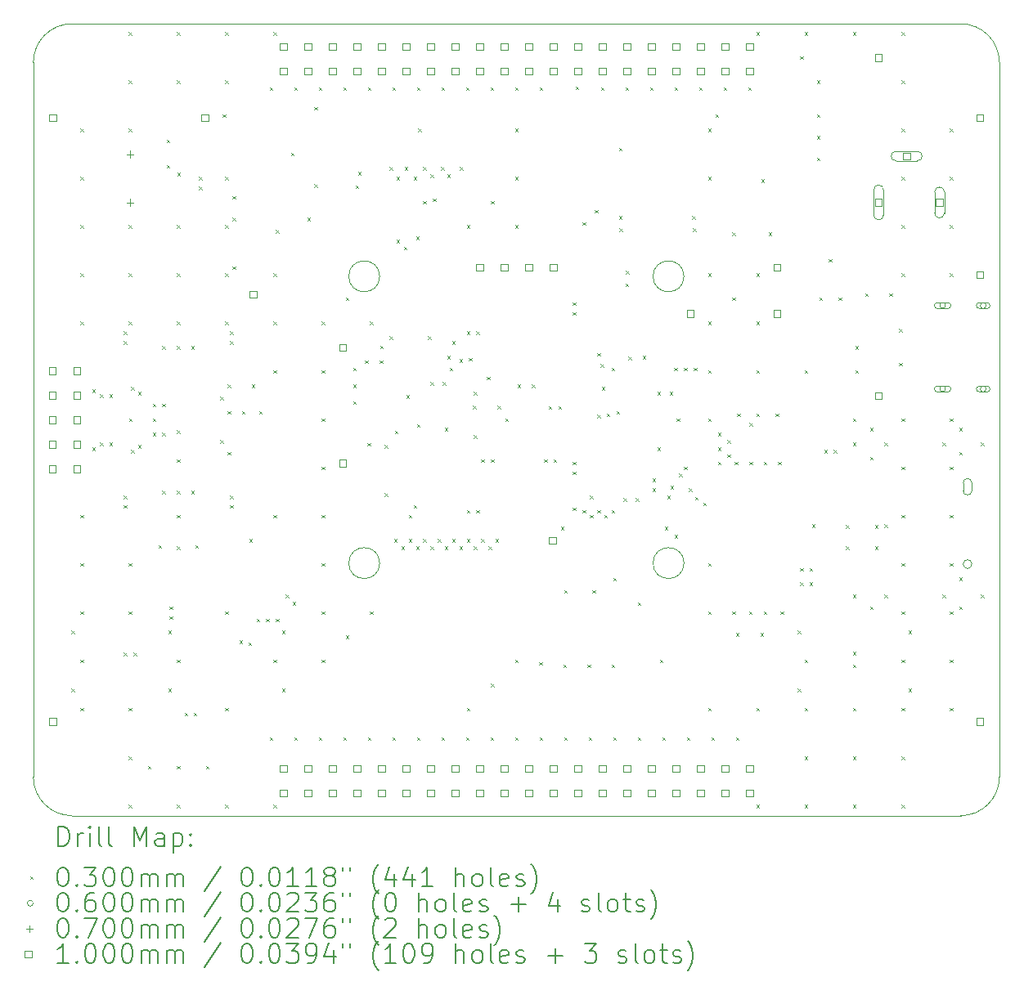
<source format=gbr>
%TF.GenerationSoftware,KiCad,Pcbnew,8.0.6*%
%TF.CreationDate,2025-02-09T14:36:33-03:00*%
%TF.ProjectId,EMBARCADOS - CURSO PCB,454d4241-5243-4414-944f-53202d204355,02*%
%TF.SameCoordinates,Original*%
%TF.FileFunction,Drillmap*%
%TF.FilePolarity,Positive*%
%FSLAX45Y45*%
G04 Gerber Fmt 4.5, Leading zero omitted, Abs format (unit mm)*
G04 Created by KiCad (PCBNEW 8.0.6) date 2025-02-09 14:36:33*
%MOMM*%
%LPD*%
G01*
G04 APERTURE LIST*
%ADD10C,0.050000*%
%ADD11C,0.200000*%
%ADD12C,0.100000*%
G04 APERTURE END LIST*
D10*
X10002000Y-10874063D02*
X10002000Y-3474062D01*
X19602000Y-3074062D02*
G75*
G02*
X20001998Y-3474062I0J-399998D01*
G01*
X10402000Y-3074062D02*
X19602000Y-3074062D01*
X19602000Y-11274062D02*
X10402000Y-11274062D01*
X10402000Y-11274062D02*
G75*
G02*
X10001998Y-10874063I0J400002D01*
G01*
X10002000Y-3474062D02*
G75*
G02*
X10402000Y-3074060I400000J3D01*
G01*
X20002000Y-10874063D02*
G75*
G02*
X19602000Y-11274060I-400000J3D01*
G01*
X20002000Y-3474062D02*
X20002000Y-10874063D01*
X13587000Y-5689062D02*
G75*
G02*
X13267000Y-5689062I-160000J0D01*
G01*
X13267000Y-5689062D02*
G75*
G02*
X13587000Y-5689062I160000J0D01*
G01*
X13587000Y-8659063D02*
G75*
G02*
X13267000Y-8659063I-160000J0D01*
G01*
X13267000Y-8659063D02*
G75*
G02*
X13587000Y-8659063I160000J0D01*
G01*
X16737000Y-5689062D02*
G75*
G02*
X16417000Y-5689062I-160000J0D01*
G01*
X16417000Y-5689062D02*
G75*
G02*
X16737000Y-5689062I160000J0D01*
G01*
X16737000Y-8659063D02*
G75*
G02*
X16417000Y-8659063I-160000J0D01*
G01*
X16417000Y-8659063D02*
G75*
G02*
X16737000Y-8659063I160000J0D01*
G01*
X19627000Y-7909062D02*
X19627000Y-7829062D01*
X19717000Y-7829062D02*
X19717000Y-7909062D01*
X19627000Y-7829062D02*
G75*
G02*
X19717000Y-7829062I45000J0D01*
G01*
X19717000Y-7909062D02*
G75*
G02*
X19627000Y-7909062I-45000J0D01*
G01*
X19717000Y-8669063D02*
G75*
G02*
X19627000Y-8669063I-45000J0D01*
G01*
X19627000Y-8669063D02*
G75*
G02*
X19717000Y-8669063I45000J0D01*
G01*
D11*
D12*
X10397000Y-9359063D02*
X10427000Y-9389063D01*
X10427000Y-9359063D02*
X10397000Y-9389063D01*
X10397000Y-9959063D02*
X10427000Y-9989063D01*
X10427000Y-9959063D02*
X10397000Y-9989063D01*
X10487000Y-4159062D02*
X10517000Y-4189062D01*
X10517000Y-4159062D02*
X10487000Y-4189062D01*
X10487000Y-4659063D02*
X10517000Y-4689063D01*
X10517000Y-4659063D02*
X10487000Y-4689063D01*
X10487000Y-5159063D02*
X10517000Y-5189063D01*
X10517000Y-5159063D02*
X10487000Y-5189063D01*
X10487000Y-5659062D02*
X10517000Y-5689062D01*
X10517000Y-5659062D02*
X10487000Y-5689062D01*
X10487000Y-6159062D02*
X10517000Y-6189062D01*
X10517000Y-6159062D02*
X10487000Y-6189062D01*
X10487000Y-8159062D02*
X10517000Y-8189062D01*
X10517000Y-8159062D02*
X10487000Y-8189062D01*
X10487000Y-8659063D02*
X10517000Y-8689063D01*
X10517000Y-8659063D02*
X10487000Y-8689063D01*
X10487000Y-9159063D02*
X10517000Y-9189063D01*
X10517000Y-9159063D02*
X10487000Y-9189063D01*
X10487000Y-9659063D02*
X10517000Y-9689063D01*
X10517000Y-9659063D02*
X10487000Y-9689063D01*
X10487000Y-10159063D02*
X10517000Y-10189063D01*
X10517000Y-10159063D02*
X10487000Y-10189063D01*
X10612000Y-6859062D02*
X10642000Y-6889062D01*
X10642000Y-6859062D02*
X10612000Y-6889062D01*
X10612000Y-7459062D02*
X10642000Y-7489062D01*
X10642000Y-7459062D02*
X10612000Y-7489062D01*
X10692000Y-6909062D02*
X10722000Y-6939062D01*
X10722000Y-6909062D02*
X10692000Y-6939062D01*
X10692000Y-7409062D02*
X10722000Y-7439062D01*
X10722000Y-7409062D02*
X10692000Y-7439062D01*
X10787000Y-6909062D02*
X10817000Y-6939062D01*
X10817000Y-6909062D02*
X10787000Y-6939062D01*
X10787000Y-7409062D02*
X10817000Y-7439062D01*
X10817000Y-7409062D02*
X10787000Y-7439062D01*
X10937000Y-6259062D02*
X10967000Y-6289062D01*
X10967000Y-6259062D02*
X10937000Y-6289062D01*
X10937000Y-6359062D02*
X10967000Y-6389062D01*
X10967000Y-6359062D02*
X10937000Y-6389062D01*
X10937000Y-7959062D02*
X10967000Y-7989062D01*
X10967000Y-7959062D02*
X10937000Y-7989062D01*
X10937000Y-8059062D02*
X10967000Y-8089062D01*
X10967000Y-8059062D02*
X10937000Y-8089062D01*
X10937000Y-9584063D02*
X10967000Y-9614063D01*
X10967000Y-9584063D02*
X10937000Y-9614063D01*
X10987000Y-3159062D02*
X11017000Y-3189062D01*
X11017000Y-3159062D02*
X10987000Y-3189062D01*
X10987000Y-3659062D02*
X11017000Y-3689062D01*
X11017000Y-3659062D02*
X10987000Y-3689062D01*
X10987000Y-4159062D02*
X11017000Y-4189062D01*
X11017000Y-4159062D02*
X10987000Y-4189062D01*
X10987000Y-5159063D02*
X11017000Y-5189063D01*
X11017000Y-5159063D02*
X10987000Y-5189063D01*
X10987000Y-5659062D02*
X11017000Y-5689062D01*
X11017000Y-5659062D02*
X10987000Y-5689062D01*
X10987000Y-6159062D02*
X11017000Y-6189062D01*
X11017000Y-6159062D02*
X10987000Y-6189062D01*
X10987000Y-8659063D02*
X11017000Y-8689063D01*
X11017000Y-8659063D02*
X10987000Y-8689063D01*
X10987000Y-9159063D02*
X11017000Y-9189063D01*
X11017000Y-9159063D02*
X10987000Y-9189063D01*
X10987000Y-10159063D02*
X11017000Y-10189063D01*
X11017000Y-10159063D02*
X10987000Y-10189063D01*
X10987000Y-10659063D02*
X11017000Y-10689063D01*
X11017000Y-10659063D02*
X10987000Y-10689063D01*
X10987000Y-11159063D02*
X11017000Y-11189062D01*
X11017000Y-11159063D02*
X10987000Y-11189062D01*
X10992000Y-7159062D02*
X11022000Y-7189062D01*
X11022000Y-7159062D02*
X10992000Y-7189062D01*
X11012000Y-6834062D02*
X11042000Y-6864062D01*
X11042000Y-6834062D02*
X11012000Y-6864062D01*
X11012000Y-7484062D02*
X11042000Y-7514062D01*
X11042000Y-7484062D02*
X11012000Y-7514062D01*
X11037000Y-9584063D02*
X11067000Y-9614063D01*
X11067000Y-9584063D02*
X11037000Y-9614063D01*
X11087000Y-6884062D02*
X11117000Y-6914062D01*
X11117000Y-6884062D02*
X11087000Y-6914062D01*
X11087000Y-7434062D02*
X11117000Y-7464062D01*
X11117000Y-7434062D02*
X11087000Y-7464062D01*
X11187000Y-10759063D02*
X11217000Y-10789063D01*
X11217000Y-10759063D02*
X11187000Y-10789063D01*
X11237000Y-7009062D02*
X11267000Y-7039062D01*
X11267000Y-7009062D02*
X11237000Y-7039062D01*
X11237000Y-7159062D02*
X11267000Y-7189062D01*
X11267000Y-7159062D02*
X11237000Y-7189062D01*
X11237000Y-7309062D02*
X11267000Y-7339062D01*
X11267000Y-7309062D02*
X11237000Y-7339062D01*
X11297000Y-8474063D02*
X11327000Y-8504063D01*
X11327000Y-8474063D02*
X11297000Y-8504063D01*
X11337000Y-6409062D02*
X11367000Y-6439062D01*
X11367000Y-6409062D02*
X11337000Y-6439062D01*
X11337000Y-7009062D02*
X11367000Y-7039062D01*
X11367000Y-7009062D02*
X11337000Y-7039062D01*
X11337000Y-7309062D02*
X11367000Y-7339062D01*
X11367000Y-7309062D02*
X11337000Y-7339062D01*
X11337000Y-7909062D02*
X11367000Y-7939062D01*
X11367000Y-7909062D02*
X11337000Y-7939062D01*
X11380750Y-4534063D02*
X11410750Y-4564063D01*
X11410750Y-4534063D02*
X11380750Y-4564063D01*
X11382000Y-4272813D02*
X11412000Y-4302813D01*
X11412000Y-4272813D02*
X11382000Y-4302813D01*
X11397000Y-9359063D02*
X11427000Y-9389063D01*
X11427000Y-9359063D02*
X11397000Y-9389063D01*
X11397000Y-9959063D02*
X11427000Y-9989063D01*
X11427000Y-9959063D02*
X11397000Y-9989063D01*
X11412000Y-9109063D02*
X11442000Y-9139063D01*
X11442000Y-9109063D02*
X11412000Y-9139063D01*
X11412000Y-9209063D02*
X11442000Y-9239063D01*
X11442000Y-9209063D02*
X11412000Y-9239063D01*
X11487000Y-3159062D02*
X11517000Y-3189062D01*
X11517000Y-3159062D02*
X11487000Y-3189062D01*
X11487000Y-3659062D02*
X11517000Y-3689062D01*
X11517000Y-3659062D02*
X11487000Y-3689062D01*
X11487000Y-5159063D02*
X11517000Y-5189063D01*
X11517000Y-5159063D02*
X11487000Y-5189063D01*
X11487000Y-5659062D02*
X11517000Y-5689062D01*
X11517000Y-5659062D02*
X11487000Y-5689062D01*
X11487000Y-6159062D02*
X11517000Y-6189062D01*
X11517000Y-6159062D02*
X11487000Y-6189062D01*
X11487000Y-6409062D02*
X11517000Y-6439062D01*
X11517000Y-6409062D02*
X11487000Y-6439062D01*
X11487000Y-7284062D02*
X11517000Y-7314062D01*
X11517000Y-7284062D02*
X11487000Y-7314062D01*
X11487000Y-7584062D02*
X11517000Y-7614062D01*
X11517000Y-7584062D02*
X11487000Y-7614062D01*
X11487000Y-7909062D02*
X11517000Y-7939062D01*
X11517000Y-7909062D02*
X11487000Y-7939062D01*
X11487000Y-8159062D02*
X11517000Y-8189062D01*
X11517000Y-8159062D02*
X11487000Y-8189062D01*
X11487000Y-8484063D02*
X11517000Y-8514063D01*
X11517000Y-8484063D02*
X11487000Y-8514063D01*
X11487000Y-9659063D02*
X11517000Y-9689063D01*
X11517000Y-9659063D02*
X11487000Y-9689063D01*
X11487000Y-10759063D02*
X11517000Y-10789063D01*
X11517000Y-10759063D02*
X11487000Y-10789063D01*
X11487000Y-11159063D02*
X11517000Y-11189062D01*
X11517000Y-11159063D02*
X11487000Y-11189062D01*
X11493250Y-4614063D02*
X11523250Y-4644063D01*
X11523250Y-4614063D02*
X11493250Y-4644063D01*
X11569500Y-10209063D02*
X11599500Y-10239063D01*
X11599500Y-10209063D02*
X11569500Y-10239063D01*
X11637000Y-6409062D02*
X11667000Y-6439062D01*
X11667000Y-6409062D02*
X11637000Y-6439062D01*
X11637000Y-7909062D02*
X11667000Y-7939062D01*
X11667000Y-7909062D02*
X11637000Y-7939062D01*
X11662000Y-10209063D02*
X11692000Y-10239063D01*
X11692000Y-10209063D02*
X11662000Y-10239063D01*
X11677000Y-8474063D02*
X11707000Y-8504063D01*
X11707000Y-8474063D02*
X11677000Y-8504063D01*
X11718250Y-4659063D02*
X11748250Y-4689063D01*
X11748250Y-4659063D02*
X11718250Y-4689063D01*
X11718250Y-4759063D02*
X11748250Y-4789063D01*
X11748250Y-4759063D02*
X11718250Y-4789063D01*
X11787000Y-10759063D02*
X11817000Y-10789063D01*
X11817000Y-10759063D02*
X11787000Y-10789063D01*
X11937000Y-6934062D02*
X11967000Y-6964062D01*
X11967000Y-6934062D02*
X11937000Y-6964062D01*
X11937000Y-7384062D02*
X11967000Y-7414062D01*
X11967000Y-7384062D02*
X11937000Y-7414062D01*
X11962000Y-4009062D02*
X11992000Y-4039062D01*
X11992000Y-4009062D02*
X11962000Y-4039062D01*
X11987000Y-3159062D02*
X12017000Y-3189062D01*
X12017000Y-3159062D02*
X11987000Y-3189062D01*
X11987000Y-3659062D02*
X12017000Y-3689062D01*
X12017000Y-3659062D02*
X11987000Y-3689062D01*
X11987000Y-4659063D02*
X12017000Y-4689063D01*
X12017000Y-4659063D02*
X11987000Y-4689063D01*
X11987000Y-5159063D02*
X12017000Y-5189063D01*
X12017000Y-5159063D02*
X11987000Y-5189063D01*
X11987000Y-5659062D02*
X12017000Y-5689062D01*
X12017000Y-5659062D02*
X11987000Y-5689062D01*
X11987000Y-6159062D02*
X12017000Y-6189062D01*
X12017000Y-6159062D02*
X11987000Y-6189062D01*
X11987000Y-9159063D02*
X12017000Y-9189063D01*
X12017000Y-9159063D02*
X11987000Y-9189063D01*
X11987000Y-10159063D02*
X12017000Y-10189063D01*
X12017000Y-10159063D02*
X11987000Y-10189063D01*
X11987000Y-11159063D02*
X12017000Y-11189062D01*
X12017000Y-11159063D02*
X11987000Y-11189062D01*
X12012000Y-6809062D02*
X12042000Y-6839062D01*
X12042000Y-6809062D02*
X12012000Y-6839062D01*
X12012000Y-7084062D02*
X12042000Y-7114062D01*
X12042000Y-7084062D02*
X12012000Y-7114062D01*
X12012000Y-7509062D02*
X12042000Y-7539062D01*
X12042000Y-7509062D02*
X12012000Y-7539062D01*
X12037000Y-6259062D02*
X12067000Y-6289062D01*
X12067000Y-6259062D02*
X12037000Y-6289062D01*
X12037000Y-6359062D02*
X12067000Y-6389062D01*
X12067000Y-6359062D02*
X12037000Y-6389062D01*
X12037000Y-7959062D02*
X12067000Y-7989062D01*
X12067000Y-7959062D02*
X12037000Y-7989062D01*
X12037000Y-8059062D02*
X12067000Y-8089062D01*
X12067000Y-8059062D02*
X12037000Y-8089062D01*
X12062000Y-4859063D02*
X12092000Y-4889063D01*
X12092000Y-4859063D02*
X12062000Y-4889063D01*
X12062000Y-5084063D02*
X12092000Y-5114063D01*
X12092000Y-5084063D02*
X12062000Y-5114063D01*
X12062000Y-5584063D02*
X12092000Y-5614062D01*
X12092000Y-5584063D02*
X12062000Y-5614062D01*
X12137000Y-9459063D02*
X12167000Y-9489063D01*
X12167000Y-9459063D02*
X12137000Y-9489063D01*
X12162000Y-7084062D02*
X12192000Y-7114062D01*
X12192000Y-7084062D02*
X12162000Y-7114062D01*
X12227000Y-9479063D02*
X12257000Y-9509063D01*
X12257000Y-9479063D02*
X12227000Y-9509063D01*
X12237000Y-8409063D02*
X12267000Y-8439063D01*
X12267000Y-8409063D02*
X12237000Y-8439063D01*
X12262000Y-6809062D02*
X12292000Y-6839062D01*
X12292000Y-6809062D02*
X12262000Y-6839062D01*
X12312000Y-9234063D02*
X12342000Y-9264063D01*
X12342000Y-9234063D02*
X12312000Y-9264063D01*
X12337000Y-7084062D02*
X12367000Y-7114062D01*
X12367000Y-7084062D02*
X12337000Y-7114062D01*
X12412000Y-9234063D02*
X12442000Y-9264063D01*
X12442000Y-9234063D02*
X12412000Y-9264063D01*
X12447000Y-3730062D02*
X12477000Y-3760062D01*
X12477000Y-3730062D02*
X12447000Y-3760062D01*
X12447000Y-10461063D02*
X12477000Y-10491063D01*
X12477000Y-10461063D02*
X12447000Y-10491063D01*
X12487000Y-3159062D02*
X12517000Y-3189062D01*
X12517000Y-3159062D02*
X12487000Y-3189062D01*
X12487000Y-5659062D02*
X12517000Y-5689062D01*
X12517000Y-5659062D02*
X12487000Y-5689062D01*
X12487000Y-6159062D02*
X12517000Y-6189062D01*
X12517000Y-6159062D02*
X12487000Y-6189062D01*
X12487000Y-6659062D02*
X12517000Y-6689062D01*
X12517000Y-6659062D02*
X12487000Y-6689062D01*
X12487000Y-8159062D02*
X12517000Y-8189062D01*
X12517000Y-8159062D02*
X12487000Y-8189062D01*
X12487000Y-9659063D02*
X12517000Y-9689063D01*
X12517000Y-9659063D02*
X12487000Y-9689063D01*
X12487000Y-11159063D02*
X12517000Y-11189062D01*
X12517000Y-11159063D02*
X12487000Y-11189062D01*
X12512000Y-5209063D02*
X12542000Y-5239063D01*
X12542000Y-5209063D02*
X12512000Y-5239063D01*
X12512000Y-9234063D02*
X12542000Y-9264063D01*
X12542000Y-9234063D02*
X12512000Y-9264063D01*
X12577000Y-9359063D02*
X12607000Y-9389063D01*
X12607000Y-9359063D02*
X12577000Y-9389063D01*
X12577000Y-9959063D02*
X12607000Y-9989063D01*
X12607000Y-9959063D02*
X12577000Y-9989063D01*
X12612000Y-8984063D02*
X12642000Y-9014063D01*
X12642000Y-8984063D02*
X12612000Y-9014063D01*
X12667000Y-4409063D02*
X12697000Y-4439063D01*
X12697000Y-4409063D02*
X12667000Y-4439063D01*
X12687000Y-9059063D02*
X12717000Y-9089063D01*
X12717000Y-9059063D02*
X12687000Y-9089063D01*
X12701000Y-3730062D02*
X12731000Y-3760062D01*
X12731000Y-3730062D02*
X12701000Y-3760062D01*
X12701000Y-10461063D02*
X12731000Y-10491063D01*
X12731000Y-10461063D02*
X12701000Y-10491063D01*
X12837000Y-5084063D02*
X12867000Y-5114063D01*
X12867000Y-5084063D02*
X12837000Y-5114063D01*
X12912000Y-3934062D02*
X12942000Y-3964062D01*
X12942000Y-3934062D02*
X12912000Y-3964062D01*
X12912000Y-4734063D02*
X12942000Y-4764063D01*
X12942000Y-4734063D02*
X12912000Y-4764063D01*
X12955000Y-3730062D02*
X12985000Y-3760062D01*
X12985000Y-3730062D02*
X12955000Y-3760062D01*
X12955000Y-10461063D02*
X12985000Y-10491063D01*
X12985000Y-10461063D02*
X12955000Y-10491063D01*
X12987000Y-6159062D02*
X13017000Y-6189062D01*
X13017000Y-6159062D02*
X12987000Y-6189062D01*
X12987000Y-6659062D02*
X13017000Y-6689062D01*
X13017000Y-6659062D02*
X12987000Y-6689062D01*
X12987000Y-7159062D02*
X13017000Y-7189062D01*
X13017000Y-7159062D02*
X12987000Y-7189062D01*
X12987000Y-7659062D02*
X13017000Y-7689062D01*
X13017000Y-7659062D02*
X12987000Y-7689062D01*
X12987000Y-8159062D02*
X13017000Y-8189062D01*
X13017000Y-8159062D02*
X12987000Y-8189062D01*
X12987000Y-8659063D02*
X13017000Y-8689063D01*
X13017000Y-8659063D02*
X12987000Y-8689063D01*
X12987000Y-9159063D02*
X13017000Y-9189063D01*
X13017000Y-9159063D02*
X12987000Y-9189063D01*
X12987000Y-9659063D02*
X13017000Y-9689063D01*
X13017000Y-9659063D02*
X12987000Y-9689063D01*
X13209000Y-3730062D02*
X13239000Y-3760062D01*
X13239000Y-3730062D02*
X13209000Y-3760062D01*
X13209000Y-10461063D02*
X13239000Y-10491063D01*
X13239000Y-10461063D02*
X13209000Y-10491063D01*
X13237000Y-5909062D02*
X13267000Y-5939062D01*
X13267000Y-5909062D02*
X13237000Y-5939062D01*
X13237000Y-9409063D02*
X13267000Y-9439063D01*
X13267000Y-9409063D02*
X13237000Y-9439063D01*
X13312000Y-6634062D02*
X13342000Y-6664062D01*
X13342000Y-6634062D02*
X13312000Y-6664062D01*
X13312000Y-6809062D02*
X13342000Y-6839062D01*
X13342000Y-6809062D02*
X13312000Y-6839062D01*
X13312000Y-6984062D02*
X13342000Y-7014062D01*
X13342000Y-6984062D02*
X13312000Y-7014062D01*
X13337000Y-4746063D02*
X13367000Y-4776063D01*
X13367000Y-4746063D02*
X13337000Y-4776063D01*
X13362000Y-4609063D02*
X13392000Y-4639063D01*
X13392000Y-4609063D02*
X13362000Y-4639063D01*
X13437000Y-6559062D02*
X13467000Y-6589062D01*
X13467000Y-6559062D02*
X13437000Y-6589062D01*
X13462000Y-7414062D02*
X13492000Y-7444062D01*
X13492000Y-7414062D02*
X13462000Y-7444062D01*
X13463000Y-3730062D02*
X13493000Y-3760062D01*
X13493000Y-3730062D02*
X13463000Y-3760062D01*
X13463000Y-10461063D02*
X13493000Y-10491063D01*
X13493000Y-10461063D02*
X13463000Y-10491063D01*
X13487000Y-6159062D02*
X13517000Y-6189062D01*
X13517000Y-6159062D02*
X13487000Y-6189062D01*
X13487000Y-9159063D02*
X13517000Y-9189063D01*
X13517000Y-9159063D02*
X13487000Y-9189063D01*
X13587000Y-6559062D02*
X13617000Y-6589062D01*
X13617000Y-6559062D02*
X13587000Y-6589062D01*
X13589500Y-6406562D02*
X13619500Y-6436562D01*
X13619500Y-6406562D02*
X13589500Y-6436562D01*
X13637000Y-7434062D02*
X13667000Y-7464062D01*
X13667000Y-7434062D02*
X13637000Y-7464062D01*
X13637000Y-7934062D02*
X13667000Y-7964062D01*
X13667000Y-7934062D02*
X13637000Y-7964062D01*
X13687000Y-4559063D02*
X13717000Y-4589063D01*
X13717000Y-4559063D02*
X13687000Y-4589063D01*
X13687000Y-6309062D02*
X13717000Y-6339062D01*
X13717000Y-6309062D02*
X13687000Y-6339062D01*
X13717000Y-3730062D02*
X13747000Y-3760062D01*
X13747000Y-3730062D02*
X13717000Y-3760062D01*
X13717000Y-10461063D02*
X13747000Y-10491063D01*
X13747000Y-10461063D02*
X13717000Y-10491063D01*
X13737000Y-8409063D02*
X13767000Y-8439063D01*
X13767000Y-8409063D02*
X13737000Y-8439063D01*
X13742400Y-7286062D02*
X13772400Y-7316062D01*
X13772400Y-7286062D02*
X13742400Y-7316062D01*
X13762000Y-4659063D02*
X13792000Y-4689063D01*
X13792000Y-4659063D02*
X13762000Y-4689063D01*
X13762000Y-5309063D02*
X13792000Y-5339063D01*
X13792000Y-5309063D02*
X13762000Y-5339063D01*
X13812000Y-8484063D02*
X13842000Y-8514063D01*
X13842000Y-8484063D02*
X13812000Y-8514063D01*
X13837000Y-5384063D02*
X13867000Y-5414063D01*
X13867000Y-5384063D02*
X13837000Y-5414063D01*
X13844000Y-4555563D02*
X13874000Y-4585563D01*
X13874000Y-4555563D02*
X13844000Y-4585563D01*
X13862000Y-6921239D02*
X13892000Y-6951239D01*
X13892000Y-6921239D02*
X13862000Y-6951239D01*
X13887000Y-8159062D02*
X13917000Y-8189062D01*
X13917000Y-8159062D02*
X13887000Y-8189062D01*
X13887000Y-8409063D02*
X13917000Y-8439063D01*
X13917000Y-8409063D02*
X13887000Y-8439063D01*
X13937000Y-4659063D02*
X13967000Y-4689063D01*
X13967000Y-4659063D02*
X13937000Y-4689063D01*
X13937000Y-8059062D02*
X13967000Y-8089062D01*
X13967000Y-8059062D02*
X13937000Y-8089062D01*
X13962000Y-5276813D02*
X13992000Y-5306813D01*
X13992000Y-5276813D02*
X13962000Y-5306813D01*
X13962000Y-8484063D02*
X13992000Y-8514063D01*
X13992000Y-8484063D02*
X13962000Y-8514063D01*
X13971000Y-3730062D02*
X14001000Y-3760062D01*
X14001000Y-3730062D02*
X13971000Y-3760062D01*
X13971000Y-10461063D02*
X14001000Y-10491063D01*
X14001000Y-10461063D02*
X13971000Y-10491063D01*
X13973250Y-7220312D02*
X14003250Y-7250312D01*
X14003250Y-7220312D02*
X13973250Y-7250312D01*
X13987000Y-4159062D02*
X14017000Y-4189062D01*
X14017000Y-4159062D02*
X13987000Y-4189062D01*
X14034500Y-4559063D02*
X14064500Y-4589063D01*
X14064500Y-4559063D02*
X14034500Y-4589063D01*
X14037000Y-4909063D02*
X14067000Y-4939063D01*
X14067000Y-4909063D02*
X14037000Y-4939063D01*
X14037000Y-8409063D02*
X14067000Y-8439063D01*
X14067000Y-8409063D02*
X14037000Y-8439063D01*
X14087000Y-6309062D02*
X14117000Y-6339062D01*
X14117000Y-6309062D02*
X14087000Y-6339062D01*
X14112000Y-4634063D02*
X14142000Y-4664063D01*
X14142000Y-4634063D02*
X14112000Y-4664063D01*
X14112000Y-6784062D02*
X14142000Y-6814062D01*
X14142000Y-6784062D02*
X14112000Y-6814062D01*
X14112000Y-8484063D02*
X14142000Y-8514063D01*
X14142000Y-8484063D02*
X14112000Y-8514063D01*
X14138140Y-4882923D02*
X14168140Y-4912923D01*
X14168140Y-4882923D02*
X14138140Y-4912923D01*
X14187000Y-8409063D02*
X14217000Y-8439063D01*
X14217000Y-8409063D02*
X14187000Y-8439063D01*
X14224177Y-4555563D02*
X14254177Y-4585563D01*
X14254177Y-4555563D02*
X14224177Y-4585563D01*
X14225000Y-3730062D02*
X14255000Y-3760062D01*
X14255000Y-3730062D02*
X14225000Y-3760062D01*
X14225000Y-10461063D02*
X14255000Y-10491063D01*
X14255000Y-10461063D02*
X14225000Y-10491063D01*
X14237000Y-6784062D02*
X14267000Y-6814062D01*
X14267000Y-6784062D02*
X14237000Y-6814062D01*
X14262000Y-7259062D02*
X14292000Y-7289062D01*
X14292000Y-7259062D02*
X14262000Y-7289062D01*
X14262000Y-8484063D02*
X14292000Y-8514063D01*
X14292000Y-8484063D02*
X14262000Y-8514063D01*
X14287000Y-4634063D02*
X14317000Y-4664063D01*
X14317000Y-4634063D02*
X14287000Y-4664063D01*
X14287000Y-6511922D02*
X14317000Y-6541922D01*
X14317000Y-6511922D02*
X14287000Y-6541922D01*
X14312000Y-6634062D02*
X14342000Y-6664062D01*
X14342000Y-6634062D02*
X14312000Y-6664062D01*
X14337000Y-6359062D02*
X14367000Y-6389062D01*
X14367000Y-6359062D02*
X14337000Y-6389062D01*
X14337000Y-8409063D02*
X14367000Y-8439063D01*
X14367000Y-8409063D02*
X14337000Y-8439063D01*
X14412000Y-6548077D02*
X14442000Y-6578077D01*
X14442000Y-6548077D02*
X14412000Y-6578077D01*
X14412000Y-8484063D02*
X14442000Y-8514063D01*
X14442000Y-8484063D02*
X14412000Y-8514063D01*
X14415500Y-4555563D02*
X14445500Y-4585563D01*
X14445500Y-4555563D02*
X14415500Y-4585563D01*
X14479000Y-3730062D02*
X14509000Y-3760062D01*
X14509000Y-3730062D02*
X14479000Y-3760062D01*
X14479000Y-10461063D02*
X14509000Y-10491063D01*
X14509000Y-10461063D02*
X14479000Y-10491063D01*
X14487000Y-5159063D02*
X14517000Y-5189063D01*
X14517000Y-5159063D02*
X14487000Y-5189063D01*
X14487000Y-6259062D02*
X14517000Y-6289062D01*
X14517000Y-6259062D02*
X14487000Y-6289062D01*
X14487000Y-8109062D02*
X14517000Y-8139062D01*
X14517000Y-8109062D02*
X14487000Y-8139062D01*
X14487000Y-8409063D02*
X14517000Y-8439063D01*
X14517000Y-8409063D02*
X14487000Y-8439063D01*
X14487000Y-10159063D02*
X14517000Y-10189063D01*
X14517000Y-10159063D02*
X14487000Y-10189063D01*
X14512000Y-6534062D02*
X14542000Y-6564062D01*
X14542000Y-6534062D02*
X14512000Y-6564062D01*
X14552000Y-7030217D02*
X14582000Y-7060217D01*
X14582000Y-7030217D02*
X14552000Y-7060217D01*
X14560960Y-6884062D02*
X14590960Y-6914062D01*
X14590960Y-6884062D02*
X14560960Y-6914062D01*
X14562000Y-7334062D02*
X14592000Y-7364062D01*
X14592000Y-7334062D02*
X14562000Y-7364062D01*
X14562000Y-8484063D02*
X14592000Y-8514063D01*
X14592000Y-8484063D02*
X14562000Y-8514063D01*
X14587000Y-6259062D02*
X14617000Y-6289062D01*
X14617000Y-6259062D02*
X14587000Y-6289062D01*
X14587000Y-8109062D02*
X14617000Y-8139062D01*
X14617000Y-8109062D02*
X14587000Y-8139062D01*
X14637000Y-7584062D02*
X14667000Y-7614062D01*
X14667000Y-7584062D02*
X14637000Y-7614062D01*
X14637000Y-8409063D02*
X14667000Y-8439063D01*
X14667000Y-8409063D02*
X14637000Y-8439063D01*
X14694129Y-6726934D02*
X14724129Y-6756934D01*
X14724129Y-6726934D02*
X14694129Y-6756934D01*
X14712000Y-8484063D02*
X14742000Y-8514063D01*
X14742000Y-8484063D02*
X14712000Y-8514063D01*
X14733000Y-3730062D02*
X14763000Y-3760062D01*
X14763000Y-3730062D02*
X14733000Y-3760062D01*
X14733000Y-10461063D02*
X14763000Y-10491063D01*
X14763000Y-10461063D02*
X14733000Y-10491063D01*
X14737000Y-4909063D02*
X14767000Y-4939063D01*
X14767000Y-4909063D02*
X14737000Y-4939063D01*
X14737000Y-7584062D02*
X14767000Y-7614062D01*
X14767000Y-7584062D02*
X14737000Y-7614062D01*
X14737000Y-9909063D02*
X14767000Y-9939063D01*
X14767000Y-9909063D02*
X14737000Y-9939063D01*
X14787000Y-8409063D02*
X14817000Y-8439063D01*
X14817000Y-8409063D02*
X14787000Y-8439063D01*
X14807355Y-7030217D02*
X14837355Y-7060217D01*
X14837355Y-7030217D02*
X14807355Y-7060217D01*
X14887000Y-7159062D02*
X14917000Y-7189062D01*
X14917000Y-7159062D02*
X14887000Y-7189062D01*
X14987000Y-3730062D02*
X15017000Y-3760062D01*
X15017000Y-3730062D02*
X14987000Y-3760062D01*
X14987000Y-4159062D02*
X15017000Y-4189062D01*
X15017000Y-4159062D02*
X14987000Y-4189062D01*
X14987000Y-4659063D02*
X15017000Y-4689063D01*
X15017000Y-4659063D02*
X14987000Y-4689063D01*
X14987000Y-5159063D02*
X15017000Y-5189063D01*
X15017000Y-5159063D02*
X14987000Y-5189063D01*
X14987000Y-9659063D02*
X15017000Y-9689063D01*
X15017000Y-9659063D02*
X14987000Y-9689063D01*
X14987000Y-10461063D02*
X15017000Y-10491063D01*
X15017000Y-10461063D02*
X14987000Y-10491063D01*
X15012000Y-6809062D02*
X15042000Y-6839062D01*
X15042000Y-6809062D02*
X15012000Y-6839062D01*
X15162000Y-6809062D02*
X15192000Y-6839062D01*
X15192000Y-6809062D02*
X15162000Y-6839062D01*
X15237000Y-9684063D02*
X15267000Y-9714063D01*
X15267000Y-9684063D02*
X15237000Y-9714063D01*
X15241000Y-3730062D02*
X15271000Y-3760062D01*
X15271000Y-3730062D02*
X15241000Y-3760062D01*
X15241000Y-10461063D02*
X15271000Y-10491063D01*
X15271000Y-10461063D02*
X15241000Y-10491063D01*
X15287000Y-7584062D02*
X15317000Y-7614062D01*
X15317000Y-7584062D02*
X15287000Y-7614062D01*
X15337000Y-7034062D02*
X15367000Y-7064062D01*
X15367000Y-7034062D02*
X15337000Y-7064062D01*
X15387000Y-7584062D02*
X15417000Y-7614062D01*
X15417000Y-7584062D02*
X15387000Y-7614062D01*
X15437000Y-7034062D02*
X15467000Y-7064062D01*
X15467000Y-7034062D02*
X15437000Y-7064062D01*
X15462000Y-8284062D02*
X15492000Y-8314062D01*
X15492000Y-8284062D02*
X15462000Y-8314062D01*
X15487000Y-9709063D02*
X15517000Y-9739063D01*
X15517000Y-9709063D02*
X15487000Y-9739063D01*
X15495000Y-8937063D02*
X15525000Y-8967063D01*
X15525000Y-8937063D02*
X15495000Y-8967063D01*
X15495000Y-10461063D02*
X15525000Y-10491063D01*
X15525000Y-10461063D02*
X15495000Y-10491063D01*
X15587000Y-5959062D02*
X15617000Y-5989062D01*
X15617000Y-5959062D02*
X15587000Y-5989062D01*
X15587000Y-6059062D02*
X15617000Y-6089062D01*
X15617000Y-6059062D02*
X15587000Y-6089062D01*
X15587000Y-7609062D02*
X15617000Y-7639062D01*
X15617000Y-7609062D02*
X15587000Y-7639062D01*
X15587000Y-7709062D02*
X15617000Y-7739062D01*
X15617000Y-7709062D02*
X15587000Y-7739062D01*
X15587000Y-8084062D02*
X15617000Y-8114062D01*
X15617000Y-8084062D02*
X15587000Y-8114062D01*
X15613296Y-3721358D02*
X15643296Y-3751358D01*
X15643296Y-3721358D02*
X15613296Y-3751358D01*
X15685500Y-5127063D02*
X15715500Y-5157063D01*
X15715500Y-5127063D02*
X15685500Y-5157063D01*
X15687000Y-8109062D02*
X15717000Y-8139062D01*
X15717000Y-8109062D02*
X15687000Y-8139062D01*
X15737000Y-9709063D02*
X15767000Y-9739063D01*
X15767000Y-9709063D02*
X15737000Y-9739063D01*
X15749000Y-10461063D02*
X15779000Y-10491063D01*
X15779000Y-10461063D02*
X15749000Y-10491063D01*
X15762000Y-7959062D02*
X15792000Y-7989062D01*
X15792000Y-7959062D02*
X15762000Y-7989062D01*
X15762000Y-8159062D02*
X15792000Y-8189062D01*
X15792000Y-8159062D02*
X15762000Y-8189062D01*
X15787000Y-8937063D02*
X15817000Y-8967063D01*
X15817000Y-8937063D02*
X15787000Y-8967063D01*
X15812500Y-5000063D02*
X15842500Y-5030063D01*
X15842500Y-5000063D02*
X15812500Y-5030063D01*
X15837000Y-6484062D02*
X15867000Y-6514062D01*
X15867000Y-6484062D02*
X15837000Y-6514062D01*
X15837000Y-7120916D02*
X15867000Y-7150916D01*
X15867000Y-7120916D02*
X15837000Y-7150916D01*
X15837000Y-8109062D02*
X15867000Y-8139062D01*
X15867000Y-8109062D02*
X15837000Y-8139062D01*
X15873250Y-6595312D02*
X15903250Y-6625312D01*
X15903250Y-6595312D02*
X15873250Y-6625312D01*
X15876000Y-3730062D02*
X15906000Y-3760062D01*
X15906000Y-3730062D02*
X15876000Y-3760062D01*
X15887000Y-6834062D02*
X15917000Y-6864062D01*
X15917000Y-6834062D02*
X15887000Y-6864062D01*
X15912000Y-8159062D02*
X15942000Y-8189062D01*
X15942000Y-8159062D02*
X15912000Y-8189062D01*
X15937000Y-7109062D02*
X15967000Y-7139062D01*
X15967000Y-7109062D02*
X15937000Y-7139062D01*
X15987000Y-6634062D02*
X16017000Y-6664062D01*
X16017000Y-6634062D02*
X15987000Y-6664062D01*
X15987000Y-8109062D02*
X16017000Y-8139062D01*
X16017000Y-8109062D02*
X15987000Y-8139062D01*
X15987000Y-9709063D02*
X16017000Y-9739063D01*
X16017000Y-9709063D02*
X15987000Y-9739063D01*
X16003000Y-8810063D02*
X16033000Y-8840063D01*
X16033000Y-8810063D02*
X16003000Y-8840063D01*
X16003000Y-10461063D02*
X16033000Y-10491063D01*
X16033000Y-10461063D02*
X16003000Y-10491063D01*
X16037000Y-7084062D02*
X16067000Y-7114062D01*
X16067000Y-7084062D02*
X16037000Y-7114062D01*
X16062000Y-4359063D02*
X16092000Y-4389063D01*
X16092000Y-4359063D02*
X16062000Y-4389063D01*
X16062000Y-5063563D02*
X16092000Y-5093563D01*
X16092000Y-5063563D02*
X16062000Y-5093563D01*
X16066500Y-5190563D02*
X16096500Y-5220563D01*
X16096500Y-5190563D02*
X16066500Y-5220563D01*
X16112000Y-7984062D02*
X16142000Y-8014062D01*
X16142000Y-7984062D02*
X16112000Y-8014062D01*
X16130000Y-3730062D02*
X16160000Y-3760062D01*
X16160000Y-3730062D02*
X16130000Y-3760062D01*
X16130000Y-5762062D02*
X16160000Y-5792062D01*
X16160000Y-5762062D02*
X16130000Y-5792062D01*
X16137000Y-5634062D02*
X16167000Y-5664062D01*
X16167000Y-5634062D02*
X16137000Y-5664062D01*
X16162000Y-6520312D02*
X16192000Y-6550312D01*
X16192000Y-6520312D02*
X16162000Y-6550312D01*
X16237000Y-7984062D02*
X16267000Y-8014062D01*
X16267000Y-7984062D02*
X16237000Y-8014062D01*
X16257000Y-9064063D02*
X16287000Y-9094063D01*
X16287000Y-9064063D02*
X16257000Y-9094063D01*
X16257000Y-10461063D02*
X16287000Y-10491063D01*
X16287000Y-10461063D02*
X16257000Y-10491063D01*
X16308654Y-6514687D02*
X16338654Y-6544687D01*
X16338654Y-6514687D02*
X16308654Y-6544687D01*
X16384000Y-3730062D02*
X16414000Y-3760062D01*
X16414000Y-3730062D02*
X16384000Y-3760062D01*
X16412000Y-7784062D02*
X16442000Y-7814062D01*
X16442000Y-7784062D02*
X16412000Y-7814062D01*
X16412000Y-7884062D02*
X16442000Y-7914062D01*
X16442000Y-7884062D02*
X16412000Y-7914062D01*
X16462000Y-6884062D02*
X16492000Y-6914062D01*
X16492000Y-6884062D02*
X16462000Y-6914062D01*
X16462000Y-7459062D02*
X16492000Y-7489062D01*
X16492000Y-7459062D02*
X16462000Y-7489062D01*
X16487000Y-9659063D02*
X16517000Y-9689063D01*
X16517000Y-9659063D02*
X16487000Y-9689063D01*
X16511000Y-10461063D02*
X16541000Y-10491063D01*
X16541000Y-10461063D02*
X16511000Y-10491063D01*
X16537000Y-8284062D02*
X16567000Y-8314062D01*
X16567000Y-8284062D02*
X16537000Y-8314062D01*
X16562000Y-7959062D02*
X16592000Y-7989062D01*
X16592000Y-7959062D02*
X16562000Y-7989062D01*
X16587000Y-6884062D02*
X16617000Y-6914062D01*
X16617000Y-6884062D02*
X16587000Y-6914062D01*
X16598666Y-7859574D02*
X16628666Y-7889574D01*
X16628666Y-7859574D02*
X16598666Y-7889574D01*
X16637000Y-6634062D02*
X16667000Y-6664062D01*
X16667000Y-6634062D02*
X16637000Y-6664062D01*
X16638000Y-3730062D02*
X16668000Y-3760062D01*
X16668000Y-3730062D02*
X16638000Y-3760062D01*
X16638000Y-8365562D02*
X16668000Y-8395563D01*
X16668000Y-8365562D02*
X16638000Y-8395563D01*
X16662000Y-7159062D02*
X16692000Y-7189062D01*
X16692000Y-7159062D02*
X16662000Y-7189062D01*
X16687000Y-7734062D02*
X16717000Y-7764062D01*
X16717000Y-7734062D02*
X16687000Y-7764062D01*
X16737000Y-6634062D02*
X16767000Y-6664062D01*
X16767000Y-6634062D02*
X16737000Y-6664062D01*
X16737000Y-7659062D02*
X16767000Y-7689062D01*
X16767000Y-7659062D02*
X16737000Y-7689062D01*
X16765000Y-10461063D02*
X16795000Y-10491063D01*
X16795000Y-10461063D02*
X16765000Y-10491063D01*
X16785860Y-7884062D02*
X16815860Y-7914062D01*
X16815860Y-7884062D02*
X16785860Y-7914062D01*
X16823000Y-5063563D02*
X16853000Y-5093563D01*
X16853000Y-5063563D02*
X16823000Y-5093563D01*
X16828500Y-5190563D02*
X16858500Y-5220563D01*
X16858500Y-5190563D02*
X16828500Y-5220563D01*
X16837000Y-6634062D02*
X16867000Y-6664062D01*
X16867000Y-6634062D02*
X16837000Y-6664062D01*
X16849500Y-7971562D02*
X16879500Y-8001562D01*
X16879500Y-7971562D02*
X16849500Y-8001562D01*
X16892000Y-3730062D02*
X16922000Y-3760062D01*
X16922000Y-3730062D02*
X16892000Y-3760062D01*
X16937000Y-8034062D02*
X16967000Y-8064062D01*
X16967000Y-8034062D02*
X16937000Y-8064062D01*
X16987000Y-4159062D02*
X17017000Y-4189062D01*
X17017000Y-4159062D02*
X16987000Y-4189062D01*
X16987000Y-4659063D02*
X17017000Y-4689063D01*
X17017000Y-4659063D02*
X16987000Y-4689063D01*
X16987000Y-5659062D02*
X17017000Y-5689062D01*
X17017000Y-5659062D02*
X16987000Y-5689062D01*
X16987000Y-6159062D02*
X17017000Y-6189062D01*
X17017000Y-6159062D02*
X16987000Y-6189062D01*
X16987000Y-6659062D02*
X17017000Y-6689062D01*
X17017000Y-6659062D02*
X16987000Y-6689062D01*
X16987000Y-7159062D02*
X17017000Y-7189062D01*
X17017000Y-7159062D02*
X16987000Y-7189062D01*
X16987000Y-8659063D02*
X17017000Y-8689063D01*
X17017000Y-8659063D02*
X16987000Y-8689063D01*
X16987000Y-9159063D02*
X17017000Y-9189063D01*
X17017000Y-9159063D02*
X16987000Y-9189063D01*
X16987000Y-10159063D02*
X17017000Y-10189063D01*
X17017000Y-10159063D02*
X16987000Y-10189063D01*
X17019000Y-10461063D02*
X17049000Y-10491063D01*
X17049000Y-10461063D02*
X17019000Y-10491063D01*
X17062000Y-4009062D02*
X17092000Y-4039062D01*
X17092000Y-4009062D02*
X17062000Y-4039062D01*
X17087000Y-7309062D02*
X17117000Y-7339062D01*
X17117000Y-7309062D02*
X17087000Y-7339062D01*
X17087000Y-7459062D02*
X17117000Y-7489062D01*
X17117000Y-7459062D02*
X17087000Y-7489062D01*
X17087000Y-7609062D02*
X17117000Y-7639062D01*
X17117000Y-7609062D02*
X17087000Y-7639062D01*
X17146000Y-3730062D02*
X17176000Y-3760062D01*
X17176000Y-3730062D02*
X17146000Y-3760062D01*
X17187000Y-7384062D02*
X17217000Y-7414062D01*
X17217000Y-7384062D02*
X17187000Y-7414062D01*
X17187000Y-7534062D02*
X17217000Y-7564062D01*
X17217000Y-7534062D02*
X17187000Y-7564062D01*
X17237000Y-5234063D02*
X17267000Y-5264063D01*
X17267000Y-5234063D02*
X17237000Y-5264063D01*
X17237000Y-5909062D02*
X17267000Y-5939062D01*
X17267000Y-5909062D02*
X17237000Y-5939062D01*
X17237000Y-9159063D02*
X17267000Y-9189063D01*
X17267000Y-9159063D02*
X17237000Y-9189063D01*
X17262000Y-7609062D02*
X17292000Y-7639062D01*
X17292000Y-7609062D02*
X17262000Y-7639062D01*
X17273000Y-9381563D02*
X17303000Y-9411563D01*
X17303000Y-9381563D02*
X17273000Y-9411563D01*
X17273000Y-10461063D02*
X17303000Y-10491063D01*
X17303000Y-10461063D02*
X17273000Y-10491063D01*
X17287000Y-7109062D02*
X17317000Y-7139062D01*
X17317000Y-7109062D02*
X17287000Y-7139062D01*
X17400000Y-3730062D02*
X17430000Y-3760062D01*
X17430000Y-3730062D02*
X17400000Y-3760062D01*
X17409169Y-9157396D02*
X17439169Y-9187396D01*
X17439169Y-9157396D02*
X17409169Y-9187396D01*
X17412000Y-7209062D02*
X17442000Y-7239062D01*
X17442000Y-7209062D02*
X17412000Y-7239062D01*
X17412000Y-7609062D02*
X17442000Y-7639062D01*
X17442000Y-7609062D02*
X17412000Y-7639062D01*
X17487000Y-3159062D02*
X17517000Y-3189062D01*
X17517000Y-3159062D02*
X17487000Y-3189062D01*
X17487000Y-5659062D02*
X17517000Y-5689062D01*
X17517000Y-5659062D02*
X17487000Y-5689062D01*
X17487000Y-6159062D02*
X17517000Y-6189062D01*
X17517000Y-6159062D02*
X17487000Y-6189062D01*
X17487000Y-6659062D02*
X17517000Y-6689062D01*
X17517000Y-6659062D02*
X17487000Y-6689062D01*
X17487000Y-7109062D02*
X17517000Y-7139062D01*
X17517000Y-7109062D02*
X17487000Y-7139062D01*
X17487000Y-10159063D02*
X17517000Y-10189063D01*
X17517000Y-10159063D02*
X17487000Y-10189063D01*
X17487000Y-11159063D02*
X17517000Y-11189062D01*
X17517000Y-11159063D02*
X17487000Y-11189062D01*
X17527000Y-9381563D02*
X17557000Y-9411563D01*
X17557000Y-9381563D02*
X17527000Y-9411563D01*
X17537000Y-4684063D02*
X17567000Y-4714063D01*
X17567000Y-4684063D02*
X17537000Y-4714063D01*
X17562000Y-7609062D02*
X17592000Y-7639062D01*
X17592000Y-7609062D02*
X17562000Y-7639062D01*
X17562000Y-9159063D02*
X17592000Y-9189063D01*
X17592000Y-9159063D02*
X17562000Y-9189063D01*
X17612000Y-5234063D02*
X17642000Y-5264063D01*
X17642000Y-5234063D02*
X17612000Y-5264063D01*
X17687000Y-7109062D02*
X17717000Y-7139062D01*
X17717000Y-7109062D02*
X17687000Y-7139062D01*
X17712000Y-7609062D02*
X17742000Y-7639062D01*
X17742000Y-7609062D02*
X17712000Y-7639062D01*
X17737000Y-9159063D02*
X17767000Y-9189063D01*
X17767000Y-9159063D02*
X17737000Y-9189063D01*
X17912000Y-9359063D02*
X17942000Y-9389063D01*
X17942000Y-9359063D02*
X17912000Y-9389063D01*
X17912000Y-9959063D02*
X17942000Y-9989063D01*
X17942000Y-9959063D02*
X17912000Y-9989063D01*
X17937000Y-3409062D02*
X17967000Y-3439062D01*
X17967000Y-3409062D02*
X17937000Y-3439062D01*
X17937000Y-8709063D02*
X17967000Y-8739063D01*
X17967000Y-8709063D02*
X17937000Y-8739063D01*
X17937000Y-8859063D02*
X17967000Y-8889063D01*
X17967000Y-8859063D02*
X17937000Y-8889063D01*
X17987000Y-3159062D02*
X18017000Y-3189062D01*
X18017000Y-3159062D02*
X17987000Y-3189062D01*
X17987000Y-6659062D02*
X18017000Y-6689062D01*
X18017000Y-6659062D02*
X17987000Y-6689062D01*
X17987000Y-9659063D02*
X18017000Y-9689063D01*
X18017000Y-9659063D02*
X17987000Y-9689063D01*
X17987000Y-10159063D02*
X18017000Y-10189063D01*
X18017000Y-10159063D02*
X17987000Y-10189063D01*
X17987000Y-10659063D02*
X18017000Y-10689063D01*
X18017000Y-10659063D02*
X17987000Y-10689063D01*
X17987000Y-11159063D02*
X18017000Y-11189062D01*
X18017000Y-11159063D02*
X17987000Y-11189062D01*
X18037000Y-8709063D02*
X18067000Y-8739063D01*
X18067000Y-8709063D02*
X18037000Y-8739063D01*
X18037000Y-8859063D02*
X18067000Y-8889063D01*
X18067000Y-8859063D02*
X18037000Y-8889063D01*
X18062000Y-8259062D02*
X18092000Y-8289062D01*
X18092000Y-8259062D02*
X18062000Y-8289062D01*
X18112000Y-3659062D02*
X18142000Y-3689062D01*
X18142000Y-3659062D02*
X18112000Y-3689062D01*
X18112000Y-4009062D02*
X18142000Y-4039062D01*
X18142000Y-4009062D02*
X18112000Y-4039062D01*
X18112000Y-4234063D02*
X18142000Y-4264063D01*
X18142000Y-4234063D02*
X18112000Y-4264063D01*
X18112000Y-4459063D02*
X18142000Y-4489063D01*
X18142000Y-4459063D02*
X18112000Y-4489063D01*
X18137000Y-5909062D02*
X18167000Y-5939062D01*
X18167000Y-5909062D02*
X18137000Y-5939062D01*
X18187000Y-7484062D02*
X18217000Y-7514062D01*
X18217000Y-7484062D02*
X18187000Y-7514062D01*
X18237000Y-5509063D02*
X18267000Y-5539063D01*
X18267000Y-5509063D02*
X18237000Y-5539063D01*
X18287000Y-7484062D02*
X18317000Y-7514062D01*
X18317000Y-7484062D02*
X18287000Y-7514062D01*
X18337000Y-5909062D02*
X18367000Y-5939062D01*
X18367000Y-5909062D02*
X18337000Y-5939062D01*
X18412000Y-8264062D02*
X18442000Y-8294062D01*
X18442000Y-8264062D02*
X18412000Y-8294062D01*
X18412000Y-8484063D02*
X18442000Y-8514063D01*
X18442000Y-8484063D02*
X18412000Y-8514063D01*
X18487000Y-3159062D02*
X18517000Y-3189062D01*
X18517000Y-3159062D02*
X18487000Y-3189062D01*
X18487000Y-7159062D02*
X18517000Y-7189062D01*
X18517000Y-7159062D02*
X18487000Y-7189062D01*
X18487000Y-7409062D02*
X18517000Y-7439062D01*
X18517000Y-7409062D02*
X18487000Y-7439062D01*
X18487000Y-8984063D02*
X18517000Y-9014063D01*
X18517000Y-8984063D02*
X18487000Y-9014063D01*
X18487000Y-9576563D02*
X18517000Y-9606563D01*
X18517000Y-9576563D02*
X18487000Y-9606563D01*
X18487000Y-9709063D02*
X18517000Y-9739063D01*
X18517000Y-9709063D02*
X18487000Y-9739063D01*
X18487000Y-10159063D02*
X18517000Y-10189063D01*
X18517000Y-10159063D02*
X18487000Y-10189063D01*
X18487000Y-10659063D02*
X18517000Y-10689063D01*
X18517000Y-10659063D02*
X18487000Y-10689063D01*
X18487000Y-11159063D02*
X18517000Y-11189062D01*
X18517000Y-11159063D02*
X18487000Y-11189062D01*
X18512000Y-6409062D02*
X18542000Y-6439062D01*
X18542000Y-6409062D02*
X18512000Y-6439062D01*
X18512000Y-6659062D02*
X18542000Y-6689062D01*
X18542000Y-6659062D02*
X18512000Y-6689062D01*
X18612000Y-5864062D02*
X18642000Y-5894062D01*
X18642000Y-5864062D02*
X18612000Y-5894062D01*
X18662000Y-7259062D02*
X18692000Y-7289062D01*
X18692000Y-7259062D02*
X18662000Y-7289062D01*
X18662000Y-7559062D02*
X18692000Y-7589062D01*
X18692000Y-7559062D02*
X18662000Y-7589062D01*
X18662000Y-9109063D02*
X18692000Y-9139063D01*
X18692000Y-9109063D02*
X18662000Y-9139063D01*
X18712000Y-8264062D02*
X18742000Y-8294062D01*
X18742000Y-8264062D02*
X18712000Y-8294062D01*
X18712000Y-8484063D02*
X18742000Y-8514063D01*
X18742000Y-8484063D02*
X18712000Y-8514063D01*
X18812000Y-7409062D02*
X18842000Y-7439062D01*
X18842000Y-7409062D02*
X18812000Y-7439062D01*
X18812000Y-8259062D02*
X18842000Y-8289062D01*
X18842000Y-8259062D02*
X18812000Y-8289062D01*
X18812000Y-8984063D02*
X18842000Y-9014063D01*
X18842000Y-8984063D02*
X18812000Y-9014063D01*
X18862000Y-5864062D02*
X18892000Y-5894062D01*
X18892000Y-5864062D02*
X18862000Y-5894062D01*
X18962000Y-6234062D02*
X18992000Y-6264062D01*
X18992000Y-6234062D02*
X18962000Y-6264062D01*
X18962000Y-6584062D02*
X18992000Y-6614062D01*
X18992000Y-6584062D02*
X18962000Y-6614062D01*
X18987000Y-3159062D02*
X19017000Y-3189062D01*
X19017000Y-3159062D02*
X18987000Y-3189062D01*
X18987000Y-3659062D02*
X19017000Y-3689062D01*
X19017000Y-3659062D02*
X18987000Y-3689062D01*
X18987000Y-4159062D02*
X19017000Y-4189062D01*
X19017000Y-4159062D02*
X18987000Y-4189062D01*
X18987000Y-4659063D02*
X19017000Y-4689063D01*
X19017000Y-4659063D02*
X18987000Y-4689063D01*
X18987000Y-5159063D02*
X19017000Y-5189063D01*
X19017000Y-5159063D02*
X18987000Y-5189063D01*
X18987000Y-5659062D02*
X19017000Y-5689062D01*
X19017000Y-5659062D02*
X18987000Y-5689062D01*
X18987000Y-7159062D02*
X19017000Y-7189062D01*
X19017000Y-7159062D02*
X18987000Y-7189062D01*
X18987000Y-7659062D02*
X19017000Y-7689062D01*
X19017000Y-7659062D02*
X18987000Y-7689062D01*
X18987000Y-8159062D02*
X19017000Y-8189062D01*
X19017000Y-8159062D02*
X18987000Y-8189062D01*
X18987000Y-8659063D02*
X19017000Y-8689063D01*
X19017000Y-8659063D02*
X18987000Y-8689063D01*
X18987000Y-9159063D02*
X19017000Y-9189063D01*
X19017000Y-9159063D02*
X18987000Y-9189063D01*
X18987000Y-9659063D02*
X19017000Y-9689063D01*
X19017000Y-9659063D02*
X18987000Y-9689063D01*
X18987000Y-10159063D02*
X19017000Y-10189063D01*
X19017000Y-10159063D02*
X18987000Y-10189063D01*
X18987000Y-10659063D02*
X19017000Y-10689063D01*
X19017000Y-10659063D02*
X18987000Y-10689063D01*
X18987000Y-11159063D02*
X19017000Y-11189062D01*
X19017000Y-11159063D02*
X18987000Y-11189062D01*
X19062000Y-9359063D02*
X19092000Y-9389063D01*
X19092000Y-9359063D02*
X19062000Y-9389063D01*
X19062000Y-9959063D02*
X19092000Y-9989063D01*
X19092000Y-9959063D02*
X19062000Y-9989063D01*
X19412000Y-7409062D02*
X19442000Y-7439062D01*
X19442000Y-7409062D02*
X19412000Y-7439062D01*
X19412000Y-8984063D02*
X19442000Y-9014063D01*
X19442000Y-8984063D02*
X19412000Y-9014063D01*
X19487000Y-4159062D02*
X19517000Y-4189062D01*
X19517000Y-4159062D02*
X19487000Y-4189062D01*
X19487000Y-4659063D02*
X19517000Y-4689063D01*
X19517000Y-4659063D02*
X19487000Y-4689063D01*
X19487000Y-5159063D02*
X19517000Y-5189063D01*
X19517000Y-5159063D02*
X19487000Y-5189063D01*
X19487000Y-5659062D02*
X19517000Y-5689062D01*
X19517000Y-5659062D02*
X19487000Y-5689062D01*
X19487000Y-7159062D02*
X19517000Y-7189062D01*
X19517000Y-7159062D02*
X19487000Y-7189062D01*
X19487000Y-7659062D02*
X19517000Y-7689062D01*
X19517000Y-7659062D02*
X19487000Y-7689062D01*
X19487000Y-8159062D02*
X19517000Y-8189062D01*
X19517000Y-8159062D02*
X19487000Y-8189062D01*
X19487000Y-8659063D02*
X19517000Y-8689063D01*
X19517000Y-8659063D02*
X19487000Y-8689063D01*
X19487000Y-9159063D02*
X19517000Y-9189063D01*
X19517000Y-9159063D02*
X19487000Y-9189063D01*
X19487000Y-9659063D02*
X19517000Y-9689063D01*
X19517000Y-9659063D02*
X19487000Y-9689063D01*
X19487000Y-10159063D02*
X19517000Y-10189063D01*
X19517000Y-10159063D02*
X19487000Y-10189063D01*
X19587000Y-7259062D02*
X19617000Y-7289062D01*
X19617000Y-7259062D02*
X19587000Y-7289062D01*
X19587000Y-7509062D02*
X19617000Y-7539062D01*
X19617000Y-7509062D02*
X19587000Y-7539062D01*
X19587000Y-8809063D02*
X19617000Y-8839063D01*
X19617000Y-8809063D02*
X19587000Y-8839063D01*
X19587000Y-9109063D02*
X19617000Y-9139063D01*
X19617000Y-9109063D02*
X19587000Y-9139063D01*
X19812000Y-7409062D02*
X19842000Y-7439062D01*
X19842000Y-7409062D02*
X19812000Y-7439062D01*
X19812000Y-8984063D02*
X19842000Y-9014063D01*
X19842000Y-8984063D02*
X19812000Y-9014063D01*
X19444500Y-5992062D02*
G75*
G02*
X19384500Y-5992062I-30000J0D01*
G01*
X19384500Y-5992062D02*
G75*
G02*
X19444500Y-5992062I30000J0D01*
G01*
X19359500Y-6022062D02*
X19469500Y-6022062D01*
X19469500Y-5962062D02*
G75*
G02*
X19469500Y-6022062I0J-30000D01*
G01*
X19469500Y-5962062D02*
X19359500Y-5962062D01*
X19359500Y-5962062D02*
G75*
G03*
X19359500Y-6022062I0J-30000D01*
G01*
X19444500Y-6856062D02*
G75*
G02*
X19384500Y-6856062I-30000J0D01*
G01*
X19384500Y-6856062D02*
G75*
G02*
X19444500Y-6856062I30000J0D01*
G01*
X19359500Y-6886062D02*
X19469500Y-6886062D01*
X19469500Y-6826062D02*
G75*
G02*
X19469500Y-6886062I0J-30000D01*
G01*
X19469500Y-6826062D02*
X19359500Y-6826062D01*
X19359500Y-6826062D02*
G75*
G03*
X19359500Y-6886062I0J-30000D01*
G01*
X19864500Y-5992062D02*
G75*
G02*
X19804500Y-5992062I-30000J0D01*
G01*
X19804500Y-5992062D02*
G75*
G02*
X19864500Y-5992062I30000J0D01*
G01*
X19794500Y-6022062D02*
X19874500Y-6022062D01*
X19874500Y-5962062D02*
G75*
G02*
X19874500Y-6022062I0J-30000D01*
G01*
X19874500Y-5962062D02*
X19794500Y-5962062D01*
X19794500Y-5962062D02*
G75*
G03*
X19794500Y-6022062I0J-30000D01*
G01*
X19864500Y-6856062D02*
G75*
G02*
X19804500Y-6856062I-30000J0D01*
G01*
X19804500Y-6856062D02*
G75*
G02*
X19864500Y-6856062I30000J0D01*
G01*
X19794500Y-6886062D02*
X19874500Y-6886062D01*
X19874500Y-6826062D02*
G75*
G02*
X19874500Y-6886062I0J-30000D01*
G01*
X19874500Y-6826062D02*
X19794500Y-6826062D01*
X19794500Y-6826062D02*
G75*
G03*
X19794500Y-6886062I0J-30000D01*
G01*
X11002000Y-4389063D02*
X11002000Y-4459063D01*
X10967000Y-4424063D02*
X11037000Y-4424063D01*
X11002000Y-4889063D02*
X11002000Y-4959063D01*
X10967000Y-4924063D02*
X11037000Y-4924063D01*
X10233356Y-6701418D02*
X10233356Y-6630707D01*
X10162644Y-6630707D01*
X10162644Y-6701418D01*
X10233356Y-6701418D01*
X10233356Y-6955418D02*
X10233356Y-6884707D01*
X10162644Y-6884707D01*
X10162644Y-6955418D01*
X10233356Y-6955418D01*
X10233356Y-7209418D02*
X10233356Y-7138707D01*
X10162644Y-7138707D01*
X10162644Y-7209418D01*
X10233356Y-7209418D01*
X10233356Y-7463418D02*
X10233356Y-7392707D01*
X10162644Y-7392707D01*
X10162644Y-7463418D01*
X10233356Y-7463418D01*
X10233356Y-7717418D02*
X10233356Y-7646707D01*
X10162644Y-7646707D01*
X10162644Y-7717418D01*
X10233356Y-7717418D01*
X10237356Y-4084418D02*
X10237356Y-4013707D01*
X10166644Y-4013707D01*
X10166644Y-4084418D01*
X10237356Y-4084418D01*
X10237356Y-10334418D02*
X10237356Y-10263707D01*
X10166644Y-10263707D01*
X10166644Y-10334418D01*
X10237356Y-10334418D01*
X10487356Y-6701418D02*
X10487356Y-6630707D01*
X10416644Y-6630707D01*
X10416644Y-6701418D01*
X10487356Y-6701418D01*
X10487356Y-6955418D02*
X10487356Y-6884707D01*
X10416644Y-6884707D01*
X10416644Y-6955418D01*
X10487356Y-6955418D01*
X10487356Y-7209418D02*
X10487356Y-7138707D01*
X10416644Y-7138707D01*
X10416644Y-7209418D01*
X10487356Y-7209418D01*
X10487356Y-7463418D02*
X10487356Y-7392707D01*
X10416644Y-7392707D01*
X10416644Y-7463418D01*
X10487356Y-7463418D01*
X10487356Y-7717418D02*
X10487356Y-7646707D01*
X10416644Y-7646707D01*
X10416644Y-7717418D01*
X10487356Y-7717418D01*
X11812356Y-4084418D02*
X11812356Y-4013707D01*
X11741644Y-4013707D01*
X11741644Y-4084418D01*
X11812356Y-4084418D01*
X12312356Y-5909418D02*
X12312356Y-5838707D01*
X12241644Y-5838707D01*
X12241644Y-5909418D01*
X12312356Y-5909418D01*
X12624356Y-3343856D02*
X12624356Y-3273144D01*
X12553644Y-3273144D01*
X12553644Y-3343856D01*
X12624356Y-3343856D01*
X12624356Y-3597856D02*
X12624356Y-3527144D01*
X12553644Y-3527144D01*
X12553644Y-3597856D01*
X12624356Y-3597856D01*
X12624356Y-10820981D02*
X12624356Y-10750269D01*
X12553644Y-10750269D01*
X12553644Y-10820981D01*
X12624356Y-10820981D01*
X12624356Y-11074981D02*
X12624356Y-11004269D01*
X12553644Y-11004269D01*
X12553644Y-11074981D01*
X12624356Y-11074981D01*
X12878356Y-3343856D02*
X12878356Y-3273144D01*
X12807644Y-3273144D01*
X12807644Y-3343856D01*
X12878356Y-3343856D01*
X12878356Y-3597856D02*
X12878356Y-3527144D01*
X12807644Y-3527144D01*
X12807644Y-3597856D01*
X12878356Y-3597856D01*
X12878356Y-10820981D02*
X12878356Y-10750269D01*
X12807644Y-10750269D01*
X12807644Y-10820981D01*
X12878356Y-10820981D01*
X12878356Y-11074981D02*
X12878356Y-11004269D01*
X12807644Y-11004269D01*
X12807644Y-11074981D01*
X12878356Y-11074981D01*
X13132356Y-3343856D02*
X13132356Y-3273144D01*
X13061644Y-3273144D01*
X13061644Y-3343856D01*
X13132356Y-3343856D01*
X13132356Y-3597856D02*
X13132356Y-3527144D01*
X13061644Y-3527144D01*
X13061644Y-3597856D01*
X13132356Y-3597856D01*
X13132356Y-10820981D02*
X13132356Y-10750269D01*
X13061644Y-10750269D01*
X13061644Y-10820981D01*
X13132356Y-10820981D01*
X13132356Y-11074981D02*
X13132356Y-11004269D01*
X13061644Y-11004269D01*
X13061644Y-11074981D01*
X13132356Y-11074981D01*
X13237356Y-6459418D02*
X13237356Y-6388707D01*
X13166644Y-6388707D01*
X13166644Y-6459418D01*
X13237356Y-6459418D01*
X13237356Y-7659418D02*
X13237356Y-7588707D01*
X13166644Y-7588707D01*
X13166644Y-7659418D01*
X13237356Y-7659418D01*
X13386356Y-3343856D02*
X13386356Y-3273144D01*
X13315644Y-3273144D01*
X13315644Y-3343856D01*
X13386356Y-3343856D01*
X13386356Y-3597856D02*
X13386356Y-3527144D01*
X13315644Y-3527144D01*
X13315644Y-3597856D01*
X13386356Y-3597856D01*
X13386356Y-10820981D02*
X13386356Y-10750269D01*
X13315644Y-10750269D01*
X13315644Y-10820981D01*
X13386356Y-10820981D01*
X13386356Y-11074981D02*
X13386356Y-11004269D01*
X13315644Y-11004269D01*
X13315644Y-11074981D01*
X13386356Y-11074981D01*
X13640356Y-3343856D02*
X13640356Y-3273144D01*
X13569644Y-3273144D01*
X13569644Y-3343856D01*
X13640356Y-3343856D01*
X13640356Y-3597856D02*
X13640356Y-3527144D01*
X13569644Y-3527144D01*
X13569644Y-3597856D01*
X13640356Y-3597856D01*
X13640356Y-10820981D02*
X13640356Y-10750269D01*
X13569644Y-10750269D01*
X13569644Y-10820981D01*
X13640356Y-10820981D01*
X13640356Y-11074981D02*
X13640356Y-11004269D01*
X13569644Y-11004269D01*
X13569644Y-11074981D01*
X13640356Y-11074981D01*
X13894356Y-3343856D02*
X13894356Y-3273144D01*
X13823644Y-3273144D01*
X13823644Y-3343856D01*
X13894356Y-3343856D01*
X13894356Y-3597856D02*
X13894356Y-3527144D01*
X13823644Y-3527144D01*
X13823644Y-3597856D01*
X13894356Y-3597856D01*
X13894356Y-10820981D02*
X13894356Y-10750269D01*
X13823644Y-10750269D01*
X13823644Y-10820981D01*
X13894356Y-10820981D01*
X13894356Y-11074981D02*
X13894356Y-11004269D01*
X13823644Y-11004269D01*
X13823644Y-11074981D01*
X13894356Y-11074981D01*
X14148356Y-3343856D02*
X14148356Y-3273144D01*
X14077644Y-3273144D01*
X14077644Y-3343856D01*
X14148356Y-3343856D01*
X14148356Y-3597856D02*
X14148356Y-3527144D01*
X14077644Y-3527144D01*
X14077644Y-3597856D01*
X14148356Y-3597856D01*
X14148356Y-10820981D02*
X14148356Y-10750269D01*
X14077644Y-10750269D01*
X14077644Y-10820981D01*
X14148356Y-10820981D01*
X14148356Y-11074981D02*
X14148356Y-11004269D01*
X14077644Y-11004269D01*
X14077644Y-11074981D01*
X14148356Y-11074981D01*
X14402356Y-3343856D02*
X14402356Y-3273144D01*
X14331644Y-3273144D01*
X14331644Y-3343856D01*
X14402356Y-3343856D01*
X14402356Y-3597856D02*
X14402356Y-3527144D01*
X14331644Y-3527144D01*
X14331644Y-3597856D01*
X14402356Y-3597856D01*
X14402356Y-10820981D02*
X14402356Y-10750269D01*
X14331644Y-10750269D01*
X14331644Y-10820981D01*
X14402356Y-10820981D01*
X14402356Y-11074981D02*
X14402356Y-11004269D01*
X14331644Y-11004269D01*
X14331644Y-11074981D01*
X14402356Y-11074981D01*
X14656356Y-3343856D02*
X14656356Y-3273144D01*
X14585644Y-3273144D01*
X14585644Y-3343856D01*
X14656356Y-3343856D01*
X14656356Y-3597856D02*
X14656356Y-3527144D01*
X14585644Y-3527144D01*
X14585644Y-3597856D01*
X14656356Y-3597856D01*
X14656356Y-5629418D02*
X14656356Y-5558707D01*
X14585644Y-5558707D01*
X14585644Y-5629418D01*
X14656356Y-5629418D01*
X14656356Y-10820981D02*
X14656356Y-10750269D01*
X14585644Y-10750269D01*
X14585644Y-10820981D01*
X14656356Y-10820981D01*
X14656356Y-11074981D02*
X14656356Y-11004269D01*
X14585644Y-11004269D01*
X14585644Y-11074981D01*
X14656356Y-11074981D01*
X14910356Y-3343856D02*
X14910356Y-3273144D01*
X14839644Y-3273144D01*
X14839644Y-3343856D01*
X14910356Y-3343856D01*
X14910356Y-3597856D02*
X14910356Y-3527144D01*
X14839644Y-3527144D01*
X14839644Y-3597856D01*
X14910356Y-3597856D01*
X14910356Y-5629418D02*
X14910356Y-5558707D01*
X14839644Y-5558707D01*
X14839644Y-5629418D01*
X14910356Y-5629418D01*
X14910356Y-10820981D02*
X14910356Y-10750269D01*
X14839644Y-10750269D01*
X14839644Y-10820981D01*
X14910356Y-10820981D01*
X14910356Y-11074981D02*
X14910356Y-11004269D01*
X14839644Y-11004269D01*
X14839644Y-11074981D01*
X14910356Y-11074981D01*
X15164356Y-3343856D02*
X15164356Y-3273144D01*
X15093644Y-3273144D01*
X15093644Y-3343856D01*
X15164356Y-3343856D01*
X15164356Y-3597856D02*
X15164356Y-3527144D01*
X15093644Y-3527144D01*
X15093644Y-3597856D01*
X15164356Y-3597856D01*
X15164356Y-5629418D02*
X15164356Y-5558707D01*
X15093644Y-5558707D01*
X15093644Y-5629418D01*
X15164356Y-5629418D01*
X15164356Y-10820981D02*
X15164356Y-10750269D01*
X15093644Y-10750269D01*
X15093644Y-10820981D01*
X15164356Y-10820981D01*
X15164356Y-11074981D02*
X15164356Y-11004269D01*
X15093644Y-11004269D01*
X15093644Y-11074981D01*
X15164356Y-11074981D01*
X15412356Y-8459418D02*
X15412356Y-8388707D01*
X15341644Y-8388707D01*
X15341644Y-8459418D01*
X15412356Y-8459418D01*
X15418356Y-3343856D02*
X15418356Y-3273144D01*
X15347644Y-3273144D01*
X15347644Y-3343856D01*
X15418356Y-3343856D01*
X15418356Y-3597856D02*
X15418356Y-3527144D01*
X15347644Y-3527144D01*
X15347644Y-3597856D01*
X15418356Y-3597856D01*
X15418356Y-5629418D02*
X15418356Y-5558707D01*
X15347644Y-5558707D01*
X15347644Y-5629418D01*
X15418356Y-5629418D01*
X15418356Y-10820981D02*
X15418356Y-10750269D01*
X15347644Y-10750269D01*
X15347644Y-10820981D01*
X15418356Y-10820981D01*
X15418356Y-11074981D02*
X15418356Y-11004269D01*
X15347644Y-11004269D01*
X15347644Y-11074981D01*
X15418356Y-11074981D01*
X15672356Y-3343856D02*
X15672356Y-3273144D01*
X15601644Y-3273144D01*
X15601644Y-3343856D01*
X15672356Y-3343856D01*
X15672356Y-3597856D02*
X15672356Y-3527144D01*
X15601644Y-3527144D01*
X15601644Y-3597856D01*
X15672356Y-3597856D01*
X15672356Y-10820981D02*
X15672356Y-10750269D01*
X15601644Y-10750269D01*
X15601644Y-10820981D01*
X15672356Y-10820981D01*
X15672356Y-11074981D02*
X15672356Y-11004269D01*
X15601644Y-11004269D01*
X15601644Y-11074981D01*
X15672356Y-11074981D01*
X15926356Y-3343856D02*
X15926356Y-3273144D01*
X15855644Y-3273144D01*
X15855644Y-3343856D01*
X15926356Y-3343856D01*
X15926356Y-3597856D02*
X15926356Y-3527144D01*
X15855644Y-3527144D01*
X15855644Y-3597856D01*
X15926356Y-3597856D01*
X15926356Y-10820981D02*
X15926356Y-10750269D01*
X15855644Y-10750269D01*
X15855644Y-10820981D01*
X15926356Y-10820981D01*
X15926356Y-11074981D02*
X15926356Y-11004269D01*
X15855644Y-11004269D01*
X15855644Y-11074981D01*
X15926356Y-11074981D01*
X16180356Y-3343856D02*
X16180356Y-3273144D01*
X16109644Y-3273144D01*
X16109644Y-3343856D01*
X16180356Y-3343856D01*
X16180356Y-3597856D02*
X16180356Y-3527144D01*
X16109644Y-3527144D01*
X16109644Y-3597856D01*
X16180356Y-3597856D01*
X16180356Y-10820981D02*
X16180356Y-10750269D01*
X16109644Y-10750269D01*
X16109644Y-10820981D01*
X16180356Y-10820981D01*
X16180356Y-11074981D02*
X16180356Y-11004269D01*
X16109644Y-11004269D01*
X16109644Y-11074981D01*
X16180356Y-11074981D01*
X16434356Y-3343856D02*
X16434356Y-3273144D01*
X16363644Y-3273144D01*
X16363644Y-3343856D01*
X16434356Y-3343856D01*
X16434356Y-3597856D02*
X16434356Y-3527144D01*
X16363644Y-3527144D01*
X16363644Y-3597856D01*
X16434356Y-3597856D01*
X16434356Y-10820981D02*
X16434356Y-10750269D01*
X16363644Y-10750269D01*
X16363644Y-10820981D01*
X16434356Y-10820981D01*
X16434356Y-11074981D02*
X16434356Y-11004269D01*
X16363644Y-11004269D01*
X16363644Y-11074981D01*
X16434356Y-11074981D01*
X16688356Y-3343856D02*
X16688356Y-3273144D01*
X16617644Y-3273144D01*
X16617644Y-3343856D01*
X16688356Y-3343856D01*
X16688356Y-3597856D02*
X16688356Y-3527144D01*
X16617644Y-3527144D01*
X16617644Y-3597856D01*
X16688356Y-3597856D01*
X16688356Y-10820981D02*
X16688356Y-10750269D01*
X16617644Y-10750269D01*
X16617644Y-10820981D01*
X16688356Y-10820981D01*
X16688356Y-11074981D02*
X16688356Y-11004269D01*
X16617644Y-11004269D01*
X16617644Y-11074981D01*
X16688356Y-11074981D01*
X16837356Y-6109418D02*
X16837356Y-6038707D01*
X16766644Y-6038707D01*
X16766644Y-6109418D01*
X16837356Y-6109418D01*
X16942356Y-3343856D02*
X16942356Y-3273144D01*
X16871644Y-3273144D01*
X16871644Y-3343856D01*
X16942356Y-3343856D01*
X16942356Y-3597856D02*
X16942356Y-3527144D01*
X16871644Y-3527144D01*
X16871644Y-3597856D01*
X16942356Y-3597856D01*
X16942356Y-10820981D02*
X16942356Y-10750269D01*
X16871644Y-10750269D01*
X16871644Y-10820981D01*
X16942356Y-10820981D01*
X16942356Y-11074981D02*
X16942356Y-11004269D01*
X16871644Y-11004269D01*
X16871644Y-11074981D01*
X16942356Y-11074981D01*
X17196356Y-3343856D02*
X17196356Y-3273144D01*
X17125644Y-3273144D01*
X17125644Y-3343856D01*
X17196356Y-3343856D01*
X17196356Y-3597856D02*
X17196356Y-3527144D01*
X17125644Y-3527144D01*
X17125644Y-3597856D01*
X17196356Y-3597856D01*
X17196356Y-10820981D02*
X17196356Y-10750269D01*
X17125644Y-10750269D01*
X17125644Y-10820981D01*
X17196356Y-10820981D01*
X17196356Y-11074981D02*
X17196356Y-11004269D01*
X17125644Y-11004269D01*
X17125644Y-11074981D01*
X17196356Y-11074981D01*
X17450356Y-3343856D02*
X17450356Y-3273144D01*
X17379644Y-3273144D01*
X17379644Y-3343856D01*
X17450356Y-3343856D01*
X17450356Y-3597856D02*
X17450356Y-3527144D01*
X17379644Y-3527144D01*
X17379644Y-3597856D01*
X17450356Y-3597856D01*
X17450356Y-10820981D02*
X17450356Y-10750269D01*
X17379644Y-10750269D01*
X17379644Y-10820981D01*
X17450356Y-10820981D01*
X17450356Y-11074981D02*
X17450356Y-11004269D01*
X17379644Y-11004269D01*
X17379644Y-11074981D01*
X17450356Y-11074981D01*
X17737356Y-5634418D02*
X17737356Y-5563707D01*
X17666644Y-5563707D01*
X17666644Y-5634418D01*
X17737356Y-5634418D01*
X17737356Y-6109418D02*
X17737356Y-6038707D01*
X17666644Y-6038707D01*
X17666644Y-6109418D01*
X17737356Y-6109418D01*
X18787356Y-3459418D02*
X18787356Y-3388707D01*
X18716644Y-3388707D01*
X18716644Y-3459418D01*
X18787356Y-3459418D01*
X18787356Y-4959418D02*
X18787356Y-4888707D01*
X18716644Y-4888707D01*
X18716644Y-4959418D01*
X18787356Y-4959418D01*
X18802000Y-5054063D02*
X18802000Y-4794063D01*
X18702000Y-4794063D02*
G75*
G02*
X18802000Y-4794063I50000J0D01*
G01*
X18702000Y-4794063D02*
X18702000Y-5054063D01*
X18702000Y-5054063D02*
G75*
G03*
X18802000Y-5054063I50000J0D01*
G01*
X18787356Y-6959418D02*
X18787356Y-6888707D01*
X18716644Y-6888707D01*
X18716644Y-6959418D01*
X18787356Y-6959418D01*
X19077356Y-4479418D02*
X19077356Y-4408707D01*
X19006644Y-4408707D01*
X19006644Y-4479418D01*
X19077356Y-4479418D01*
X18932000Y-4494063D02*
X19152000Y-4494063D01*
X19152000Y-4394063D02*
G75*
G02*
X19152000Y-4494063I0J-50000D01*
G01*
X19152000Y-4394063D02*
X18932000Y-4394063D01*
X18932000Y-4394063D02*
G75*
G03*
X18932000Y-4494063I0J-50000D01*
G01*
X19417356Y-4959418D02*
X19417356Y-4888707D01*
X19346644Y-4888707D01*
X19346644Y-4959418D01*
X19417356Y-4959418D01*
X19432000Y-5034063D02*
X19432000Y-4814063D01*
X19332000Y-4814063D02*
G75*
G02*
X19432000Y-4814063I50000J0D01*
G01*
X19332000Y-4814063D02*
X19332000Y-5034063D01*
X19332000Y-5034063D02*
G75*
G03*
X19432000Y-5034063I50000J0D01*
G01*
X19837356Y-4084418D02*
X19837356Y-4013707D01*
X19766644Y-4013707D01*
X19766644Y-4084418D01*
X19837356Y-4084418D01*
X19837356Y-5709418D02*
X19837356Y-5638707D01*
X19766644Y-5638707D01*
X19766644Y-5709418D01*
X19837356Y-5709418D01*
X19837356Y-10334418D02*
X19837356Y-10263707D01*
X19766644Y-10263707D01*
X19766644Y-10334418D01*
X19837356Y-10334418D01*
D11*
X10260277Y-11588046D02*
X10260277Y-11388046D01*
X10260277Y-11388046D02*
X10307896Y-11388046D01*
X10307896Y-11388046D02*
X10336467Y-11397570D01*
X10336467Y-11397570D02*
X10355515Y-11416618D01*
X10355515Y-11416618D02*
X10365039Y-11435665D01*
X10365039Y-11435665D02*
X10374563Y-11473760D01*
X10374563Y-11473760D02*
X10374563Y-11502332D01*
X10374563Y-11502332D02*
X10365039Y-11540427D01*
X10365039Y-11540427D02*
X10355515Y-11559475D01*
X10355515Y-11559475D02*
X10336467Y-11578522D01*
X10336467Y-11578522D02*
X10307896Y-11588046D01*
X10307896Y-11588046D02*
X10260277Y-11588046D01*
X10460277Y-11588046D02*
X10460277Y-11454713D01*
X10460277Y-11492808D02*
X10469801Y-11473760D01*
X10469801Y-11473760D02*
X10479324Y-11464237D01*
X10479324Y-11464237D02*
X10498372Y-11454713D01*
X10498372Y-11454713D02*
X10517420Y-11454713D01*
X10584086Y-11588046D02*
X10584086Y-11454713D01*
X10584086Y-11388046D02*
X10574563Y-11397570D01*
X10574563Y-11397570D02*
X10584086Y-11407094D01*
X10584086Y-11407094D02*
X10593610Y-11397570D01*
X10593610Y-11397570D02*
X10584086Y-11388046D01*
X10584086Y-11388046D02*
X10584086Y-11407094D01*
X10707896Y-11588046D02*
X10688848Y-11578522D01*
X10688848Y-11578522D02*
X10679324Y-11559475D01*
X10679324Y-11559475D02*
X10679324Y-11388046D01*
X10812658Y-11588046D02*
X10793610Y-11578522D01*
X10793610Y-11578522D02*
X10784086Y-11559475D01*
X10784086Y-11559475D02*
X10784086Y-11388046D01*
X11041229Y-11588046D02*
X11041229Y-11388046D01*
X11041229Y-11388046D02*
X11107896Y-11530903D01*
X11107896Y-11530903D02*
X11174563Y-11388046D01*
X11174563Y-11388046D02*
X11174563Y-11588046D01*
X11355515Y-11588046D02*
X11355515Y-11483284D01*
X11355515Y-11483284D02*
X11345991Y-11464237D01*
X11345991Y-11464237D02*
X11326943Y-11454713D01*
X11326943Y-11454713D02*
X11288848Y-11454713D01*
X11288848Y-11454713D02*
X11269801Y-11464237D01*
X11355515Y-11578522D02*
X11336467Y-11588046D01*
X11336467Y-11588046D02*
X11288848Y-11588046D01*
X11288848Y-11588046D02*
X11269801Y-11578522D01*
X11269801Y-11578522D02*
X11260277Y-11559475D01*
X11260277Y-11559475D02*
X11260277Y-11540427D01*
X11260277Y-11540427D02*
X11269801Y-11521380D01*
X11269801Y-11521380D02*
X11288848Y-11511856D01*
X11288848Y-11511856D02*
X11336467Y-11511856D01*
X11336467Y-11511856D02*
X11355515Y-11502332D01*
X11450753Y-11454713D02*
X11450753Y-11654713D01*
X11450753Y-11464237D02*
X11469801Y-11454713D01*
X11469801Y-11454713D02*
X11507896Y-11454713D01*
X11507896Y-11454713D02*
X11526943Y-11464237D01*
X11526943Y-11464237D02*
X11536467Y-11473760D01*
X11536467Y-11473760D02*
X11545991Y-11492808D01*
X11545991Y-11492808D02*
X11545991Y-11549951D01*
X11545991Y-11549951D02*
X11536467Y-11568999D01*
X11536467Y-11568999D02*
X11526943Y-11578522D01*
X11526943Y-11578522D02*
X11507896Y-11588046D01*
X11507896Y-11588046D02*
X11469801Y-11588046D01*
X11469801Y-11588046D02*
X11450753Y-11578522D01*
X11631705Y-11568999D02*
X11641229Y-11578522D01*
X11641229Y-11578522D02*
X11631705Y-11588046D01*
X11631705Y-11588046D02*
X11622182Y-11578522D01*
X11622182Y-11578522D02*
X11631705Y-11568999D01*
X11631705Y-11568999D02*
X11631705Y-11588046D01*
X11631705Y-11464237D02*
X11641229Y-11473760D01*
X11641229Y-11473760D02*
X11631705Y-11483284D01*
X11631705Y-11483284D02*
X11622182Y-11473760D01*
X11622182Y-11473760D02*
X11631705Y-11464237D01*
X11631705Y-11464237D02*
X11631705Y-11483284D01*
D12*
X9969500Y-11901562D02*
X9999500Y-11931562D01*
X9999500Y-11901562D02*
X9969500Y-11931562D01*
D11*
X10298372Y-11808046D02*
X10317420Y-11808046D01*
X10317420Y-11808046D02*
X10336467Y-11817570D01*
X10336467Y-11817570D02*
X10345991Y-11827094D01*
X10345991Y-11827094D02*
X10355515Y-11846141D01*
X10355515Y-11846141D02*
X10365039Y-11884237D01*
X10365039Y-11884237D02*
X10365039Y-11931856D01*
X10365039Y-11931856D02*
X10355515Y-11969951D01*
X10355515Y-11969951D02*
X10345991Y-11988999D01*
X10345991Y-11988999D02*
X10336467Y-11998522D01*
X10336467Y-11998522D02*
X10317420Y-12008046D01*
X10317420Y-12008046D02*
X10298372Y-12008046D01*
X10298372Y-12008046D02*
X10279324Y-11998522D01*
X10279324Y-11998522D02*
X10269801Y-11988999D01*
X10269801Y-11988999D02*
X10260277Y-11969951D01*
X10260277Y-11969951D02*
X10250753Y-11931856D01*
X10250753Y-11931856D02*
X10250753Y-11884237D01*
X10250753Y-11884237D02*
X10260277Y-11846141D01*
X10260277Y-11846141D02*
X10269801Y-11827094D01*
X10269801Y-11827094D02*
X10279324Y-11817570D01*
X10279324Y-11817570D02*
X10298372Y-11808046D01*
X10450753Y-11988999D02*
X10460277Y-11998522D01*
X10460277Y-11998522D02*
X10450753Y-12008046D01*
X10450753Y-12008046D02*
X10441229Y-11998522D01*
X10441229Y-11998522D02*
X10450753Y-11988999D01*
X10450753Y-11988999D02*
X10450753Y-12008046D01*
X10526944Y-11808046D02*
X10650753Y-11808046D01*
X10650753Y-11808046D02*
X10584086Y-11884237D01*
X10584086Y-11884237D02*
X10612658Y-11884237D01*
X10612658Y-11884237D02*
X10631705Y-11893760D01*
X10631705Y-11893760D02*
X10641229Y-11903284D01*
X10641229Y-11903284D02*
X10650753Y-11922332D01*
X10650753Y-11922332D02*
X10650753Y-11969951D01*
X10650753Y-11969951D02*
X10641229Y-11988999D01*
X10641229Y-11988999D02*
X10631705Y-11998522D01*
X10631705Y-11998522D02*
X10612658Y-12008046D01*
X10612658Y-12008046D02*
X10555515Y-12008046D01*
X10555515Y-12008046D02*
X10536467Y-11998522D01*
X10536467Y-11998522D02*
X10526944Y-11988999D01*
X10774563Y-11808046D02*
X10793610Y-11808046D01*
X10793610Y-11808046D02*
X10812658Y-11817570D01*
X10812658Y-11817570D02*
X10822182Y-11827094D01*
X10822182Y-11827094D02*
X10831705Y-11846141D01*
X10831705Y-11846141D02*
X10841229Y-11884237D01*
X10841229Y-11884237D02*
X10841229Y-11931856D01*
X10841229Y-11931856D02*
X10831705Y-11969951D01*
X10831705Y-11969951D02*
X10822182Y-11988999D01*
X10822182Y-11988999D02*
X10812658Y-11998522D01*
X10812658Y-11998522D02*
X10793610Y-12008046D01*
X10793610Y-12008046D02*
X10774563Y-12008046D01*
X10774563Y-12008046D02*
X10755515Y-11998522D01*
X10755515Y-11998522D02*
X10745991Y-11988999D01*
X10745991Y-11988999D02*
X10736467Y-11969951D01*
X10736467Y-11969951D02*
X10726944Y-11931856D01*
X10726944Y-11931856D02*
X10726944Y-11884237D01*
X10726944Y-11884237D02*
X10736467Y-11846141D01*
X10736467Y-11846141D02*
X10745991Y-11827094D01*
X10745991Y-11827094D02*
X10755515Y-11817570D01*
X10755515Y-11817570D02*
X10774563Y-11808046D01*
X10965039Y-11808046D02*
X10984086Y-11808046D01*
X10984086Y-11808046D02*
X11003134Y-11817570D01*
X11003134Y-11817570D02*
X11012658Y-11827094D01*
X11012658Y-11827094D02*
X11022182Y-11846141D01*
X11022182Y-11846141D02*
X11031705Y-11884237D01*
X11031705Y-11884237D02*
X11031705Y-11931856D01*
X11031705Y-11931856D02*
X11022182Y-11969951D01*
X11022182Y-11969951D02*
X11012658Y-11988999D01*
X11012658Y-11988999D02*
X11003134Y-11998522D01*
X11003134Y-11998522D02*
X10984086Y-12008046D01*
X10984086Y-12008046D02*
X10965039Y-12008046D01*
X10965039Y-12008046D02*
X10945991Y-11998522D01*
X10945991Y-11998522D02*
X10936467Y-11988999D01*
X10936467Y-11988999D02*
X10926944Y-11969951D01*
X10926944Y-11969951D02*
X10917420Y-11931856D01*
X10917420Y-11931856D02*
X10917420Y-11884237D01*
X10917420Y-11884237D02*
X10926944Y-11846141D01*
X10926944Y-11846141D02*
X10936467Y-11827094D01*
X10936467Y-11827094D02*
X10945991Y-11817570D01*
X10945991Y-11817570D02*
X10965039Y-11808046D01*
X11117420Y-12008046D02*
X11117420Y-11874713D01*
X11117420Y-11893760D02*
X11126944Y-11884237D01*
X11126944Y-11884237D02*
X11145991Y-11874713D01*
X11145991Y-11874713D02*
X11174563Y-11874713D01*
X11174563Y-11874713D02*
X11193610Y-11884237D01*
X11193610Y-11884237D02*
X11203134Y-11903284D01*
X11203134Y-11903284D02*
X11203134Y-12008046D01*
X11203134Y-11903284D02*
X11212658Y-11884237D01*
X11212658Y-11884237D02*
X11231705Y-11874713D01*
X11231705Y-11874713D02*
X11260277Y-11874713D01*
X11260277Y-11874713D02*
X11279324Y-11884237D01*
X11279324Y-11884237D02*
X11288848Y-11903284D01*
X11288848Y-11903284D02*
X11288848Y-12008046D01*
X11384086Y-12008046D02*
X11384086Y-11874713D01*
X11384086Y-11893760D02*
X11393610Y-11884237D01*
X11393610Y-11884237D02*
X11412658Y-11874713D01*
X11412658Y-11874713D02*
X11441229Y-11874713D01*
X11441229Y-11874713D02*
X11460277Y-11884237D01*
X11460277Y-11884237D02*
X11469801Y-11903284D01*
X11469801Y-11903284D02*
X11469801Y-12008046D01*
X11469801Y-11903284D02*
X11479324Y-11884237D01*
X11479324Y-11884237D02*
X11498372Y-11874713D01*
X11498372Y-11874713D02*
X11526943Y-11874713D01*
X11526943Y-11874713D02*
X11545991Y-11884237D01*
X11545991Y-11884237D02*
X11555515Y-11903284D01*
X11555515Y-11903284D02*
X11555515Y-12008046D01*
X11945991Y-11798522D02*
X11774563Y-12055665D01*
X12203134Y-11808046D02*
X12222182Y-11808046D01*
X12222182Y-11808046D02*
X12241229Y-11817570D01*
X12241229Y-11817570D02*
X12250753Y-11827094D01*
X12250753Y-11827094D02*
X12260277Y-11846141D01*
X12260277Y-11846141D02*
X12269801Y-11884237D01*
X12269801Y-11884237D02*
X12269801Y-11931856D01*
X12269801Y-11931856D02*
X12260277Y-11969951D01*
X12260277Y-11969951D02*
X12250753Y-11988999D01*
X12250753Y-11988999D02*
X12241229Y-11998522D01*
X12241229Y-11998522D02*
X12222182Y-12008046D01*
X12222182Y-12008046D02*
X12203134Y-12008046D01*
X12203134Y-12008046D02*
X12184086Y-11998522D01*
X12184086Y-11998522D02*
X12174563Y-11988999D01*
X12174563Y-11988999D02*
X12165039Y-11969951D01*
X12165039Y-11969951D02*
X12155515Y-11931856D01*
X12155515Y-11931856D02*
X12155515Y-11884237D01*
X12155515Y-11884237D02*
X12165039Y-11846141D01*
X12165039Y-11846141D02*
X12174563Y-11827094D01*
X12174563Y-11827094D02*
X12184086Y-11817570D01*
X12184086Y-11817570D02*
X12203134Y-11808046D01*
X12355515Y-11988999D02*
X12365039Y-11998522D01*
X12365039Y-11998522D02*
X12355515Y-12008046D01*
X12355515Y-12008046D02*
X12345991Y-11998522D01*
X12345991Y-11998522D02*
X12355515Y-11988999D01*
X12355515Y-11988999D02*
X12355515Y-12008046D01*
X12488848Y-11808046D02*
X12507896Y-11808046D01*
X12507896Y-11808046D02*
X12526944Y-11817570D01*
X12526944Y-11817570D02*
X12536467Y-11827094D01*
X12536467Y-11827094D02*
X12545991Y-11846141D01*
X12545991Y-11846141D02*
X12555515Y-11884237D01*
X12555515Y-11884237D02*
X12555515Y-11931856D01*
X12555515Y-11931856D02*
X12545991Y-11969951D01*
X12545991Y-11969951D02*
X12536467Y-11988999D01*
X12536467Y-11988999D02*
X12526944Y-11998522D01*
X12526944Y-11998522D02*
X12507896Y-12008046D01*
X12507896Y-12008046D02*
X12488848Y-12008046D01*
X12488848Y-12008046D02*
X12469801Y-11998522D01*
X12469801Y-11998522D02*
X12460277Y-11988999D01*
X12460277Y-11988999D02*
X12450753Y-11969951D01*
X12450753Y-11969951D02*
X12441229Y-11931856D01*
X12441229Y-11931856D02*
X12441229Y-11884237D01*
X12441229Y-11884237D02*
X12450753Y-11846141D01*
X12450753Y-11846141D02*
X12460277Y-11827094D01*
X12460277Y-11827094D02*
X12469801Y-11817570D01*
X12469801Y-11817570D02*
X12488848Y-11808046D01*
X12745991Y-12008046D02*
X12631706Y-12008046D01*
X12688848Y-12008046D02*
X12688848Y-11808046D01*
X12688848Y-11808046D02*
X12669801Y-11836618D01*
X12669801Y-11836618D02*
X12650753Y-11855665D01*
X12650753Y-11855665D02*
X12631706Y-11865189D01*
X12936467Y-12008046D02*
X12822182Y-12008046D01*
X12879325Y-12008046D02*
X12879325Y-11808046D01*
X12879325Y-11808046D02*
X12860277Y-11836618D01*
X12860277Y-11836618D02*
X12841229Y-11855665D01*
X12841229Y-11855665D02*
X12822182Y-11865189D01*
X13050753Y-11893760D02*
X13031706Y-11884237D01*
X13031706Y-11884237D02*
X13022182Y-11874713D01*
X13022182Y-11874713D02*
X13012658Y-11855665D01*
X13012658Y-11855665D02*
X13012658Y-11846141D01*
X13012658Y-11846141D02*
X13022182Y-11827094D01*
X13022182Y-11827094D02*
X13031706Y-11817570D01*
X13031706Y-11817570D02*
X13050753Y-11808046D01*
X13050753Y-11808046D02*
X13088848Y-11808046D01*
X13088848Y-11808046D02*
X13107896Y-11817570D01*
X13107896Y-11817570D02*
X13117420Y-11827094D01*
X13117420Y-11827094D02*
X13126944Y-11846141D01*
X13126944Y-11846141D02*
X13126944Y-11855665D01*
X13126944Y-11855665D02*
X13117420Y-11874713D01*
X13117420Y-11874713D02*
X13107896Y-11884237D01*
X13107896Y-11884237D02*
X13088848Y-11893760D01*
X13088848Y-11893760D02*
X13050753Y-11893760D01*
X13050753Y-11893760D02*
X13031706Y-11903284D01*
X13031706Y-11903284D02*
X13022182Y-11912808D01*
X13022182Y-11912808D02*
X13012658Y-11931856D01*
X13012658Y-11931856D02*
X13012658Y-11969951D01*
X13012658Y-11969951D02*
X13022182Y-11988999D01*
X13022182Y-11988999D02*
X13031706Y-11998522D01*
X13031706Y-11998522D02*
X13050753Y-12008046D01*
X13050753Y-12008046D02*
X13088848Y-12008046D01*
X13088848Y-12008046D02*
X13107896Y-11998522D01*
X13107896Y-11998522D02*
X13117420Y-11988999D01*
X13117420Y-11988999D02*
X13126944Y-11969951D01*
X13126944Y-11969951D02*
X13126944Y-11931856D01*
X13126944Y-11931856D02*
X13117420Y-11912808D01*
X13117420Y-11912808D02*
X13107896Y-11903284D01*
X13107896Y-11903284D02*
X13088848Y-11893760D01*
X13203134Y-11808046D02*
X13203134Y-11846141D01*
X13279325Y-11808046D02*
X13279325Y-11846141D01*
X13574563Y-12084237D02*
X13565039Y-12074713D01*
X13565039Y-12074713D02*
X13545991Y-12046141D01*
X13545991Y-12046141D02*
X13536468Y-12027094D01*
X13536468Y-12027094D02*
X13526944Y-11998522D01*
X13526944Y-11998522D02*
X13517420Y-11950903D01*
X13517420Y-11950903D02*
X13517420Y-11912808D01*
X13517420Y-11912808D02*
X13526944Y-11865189D01*
X13526944Y-11865189D02*
X13536468Y-11836618D01*
X13536468Y-11836618D02*
X13545991Y-11817570D01*
X13545991Y-11817570D02*
X13565039Y-11788999D01*
X13565039Y-11788999D02*
X13574563Y-11779475D01*
X13736468Y-11874713D02*
X13736468Y-12008046D01*
X13688848Y-11798522D02*
X13641229Y-11941380D01*
X13641229Y-11941380D02*
X13765039Y-11941380D01*
X13926944Y-11874713D02*
X13926944Y-12008046D01*
X13879325Y-11798522D02*
X13831706Y-11941380D01*
X13831706Y-11941380D02*
X13955515Y-11941380D01*
X14136468Y-12008046D02*
X14022182Y-12008046D01*
X14079325Y-12008046D02*
X14079325Y-11808046D01*
X14079325Y-11808046D02*
X14060277Y-11836618D01*
X14060277Y-11836618D02*
X14041229Y-11855665D01*
X14041229Y-11855665D02*
X14022182Y-11865189D01*
X14374563Y-12008046D02*
X14374563Y-11808046D01*
X14460277Y-12008046D02*
X14460277Y-11903284D01*
X14460277Y-11903284D02*
X14450753Y-11884237D01*
X14450753Y-11884237D02*
X14431706Y-11874713D01*
X14431706Y-11874713D02*
X14403134Y-11874713D01*
X14403134Y-11874713D02*
X14384087Y-11884237D01*
X14384087Y-11884237D02*
X14374563Y-11893760D01*
X14584087Y-12008046D02*
X14565039Y-11998522D01*
X14565039Y-11998522D02*
X14555515Y-11988999D01*
X14555515Y-11988999D02*
X14545991Y-11969951D01*
X14545991Y-11969951D02*
X14545991Y-11912808D01*
X14545991Y-11912808D02*
X14555515Y-11893760D01*
X14555515Y-11893760D02*
X14565039Y-11884237D01*
X14565039Y-11884237D02*
X14584087Y-11874713D01*
X14584087Y-11874713D02*
X14612658Y-11874713D01*
X14612658Y-11874713D02*
X14631706Y-11884237D01*
X14631706Y-11884237D02*
X14641230Y-11893760D01*
X14641230Y-11893760D02*
X14650753Y-11912808D01*
X14650753Y-11912808D02*
X14650753Y-11969951D01*
X14650753Y-11969951D02*
X14641230Y-11988999D01*
X14641230Y-11988999D02*
X14631706Y-11998522D01*
X14631706Y-11998522D02*
X14612658Y-12008046D01*
X14612658Y-12008046D02*
X14584087Y-12008046D01*
X14765039Y-12008046D02*
X14745991Y-11998522D01*
X14745991Y-11998522D02*
X14736468Y-11979475D01*
X14736468Y-11979475D02*
X14736468Y-11808046D01*
X14917420Y-11998522D02*
X14898372Y-12008046D01*
X14898372Y-12008046D02*
X14860277Y-12008046D01*
X14860277Y-12008046D02*
X14841230Y-11998522D01*
X14841230Y-11998522D02*
X14831706Y-11979475D01*
X14831706Y-11979475D02*
X14831706Y-11903284D01*
X14831706Y-11903284D02*
X14841230Y-11884237D01*
X14841230Y-11884237D02*
X14860277Y-11874713D01*
X14860277Y-11874713D02*
X14898372Y-11874713D01*
X14898372Y-11874713D02*
X14917420Y-11884237D01*
X14917420Y-11884237D02*
X14926944Y-11903284D01*
X14926944Y-11903284D02*
X14926944Y-11922332D01*
X14926944Y-11922332D02*
X14831706Y-11941380D01*
X15003134Y-11998522D02*
X15022182Y-12008046D01*
X15022182Y-12008046D02*
X15060277Y-12008046D01*
X15060277Y-12008046D02*
X15079325Y-11998522D01*
X15079325Y-11998522D02*
X15088849Y-11979475D01*
X15088849Y-11979475D02*
X15088849Y-11969951D01*
X15088849Y-11969951D02*
X15079325Y-11950903D01*
X15079325Y-11950903D02*
X15060277Y-11941380D01*
X15060277Y-11941380D02*
X15031706Y-11941380D01*
X15031706Y-11941380D02*
X15012658Y-11931856D01*
X15012658Y-11931856D02*
X15003134Y-11912808D01*
X15003134Y-11912808D02*
X15003134Y-11903284D01*
X15003134Y-11903284D02*
X15012658Y-11884237D01*
X15012658Y-11884237D02*
X15031706Y-11874713D01*
X15031706Y-11874713D02*
X15060277Y-11874713D01*
X15060277Y-11874713D02*
X15079325Y-11884237D01*
X15155515Y-12084237D02*
X15165039Y-12074713D01*
X15165039Y-12074713D02*
X15184087Y-12046141D01*
X15184087Y-12046141D02*
X15193611Y-12027094D01*
X15193611Y-12027094D02*
X15203134Y-11998522D01*
X15203134Y-11998522D02*
X15212658Y-11950903D01*
X15212658Y-11950903D02*
X15212658Y-11912808D01*
X15212658Y-11912808D02*
X15203134Y-11865189D01*
X15203134Y-11865189D02*
X15193611Y-11836618D01*
X15193611Y-11836618D02*
X15184087Y-11817570D01*
X15184087Y-11817570D02*
X15165039Y-11788999D01*
X15165039Y-11788999D02*
X15155515Y-11779475D01*
D12*
X9999500Y-12180562D02*
G75*
G02*
X9939500Y-12180562I-30000J0D01*
G01*
X9939500Y-12180562D02*
G75*
G02*
X9999500Y-12180562I30000J0D01*
G01*
D11*
X10298372Y-12072046D02*
X10317420Y-12072046D01*
X10317420Y-12072046D02*
X10336467Y-12081570D01*
X10336467Y-12081570D02*
X10345991Y-12091094D01*
X10345991Y-12091094D02*
X10355515Y-12110141D01*
X10355515Y-12110141D02*
X10365039Y-12148237D01*
X10365039Y-12148237D02*
X10365039Y-12195856D01*
X10365039Y-12195856D02*
X10355515Y-12233951D01*
X10355515Y-12233951D02*
X10345991Y-12252999D01*
X10345991Y-12252999D02*
X10336467Y-12262522D01*
X10336467Y-12262522D02*
X10317420Y-12272046D01*
X10317420Y-12272046D02*
X10298372Y-12272046D01*
X10298372Y-12272046D02*
X10279324Y-12262522D01*
X10279324Y-12262522D02*
X10269801Y-12252999D01*
X10269801Y-12252999D02*
X10260277Y-12233951D01*
X10260277Y-12233951D02*
X10250753Y-12195856D01*
X10250753Y-12195856D02*
X10250753Y-12148237D01*
X10250753Y-12148237D02*
X10260277Y-12110141D01*
X10260277Y-12110141D02*
X10269801Y-12091094D01*
X10269801Y-12091094D02*
X10279324Y-12081570D01*
X10279324Y-12081570D02*
X10298372Y-12072046D01*
X10450753Y-12252999D02*
X10460277Y-12262522D01*
X10460277Y-12262522D02*
X10450753Y-12272046D01*
X10450753Y-12272046D02*
X10441229Y-12262522D01*
X10441229Y-12262522D02*
X10450753Y-12252999D01*
X10450753Y-12252999D02*
X10450753Y-12272046D01*
X10631705Y-12072046D02*
X10593610Y-12072046D01*
X10593610Y-12072046D02*
X10574563Y-12081570D01*
X10574563Y-12081570D02*
X10565039Y-12091094D01*
X10565039Y-12091094D02*
X10545991Y-12119665D01*
X10545991Y-12119665D02*
X10536467Y-12157760D01*
X10536467Y-12157760D02*
X10536467Y-12233951D01*
X10536467Y-12233951D02*
X10545991Y-12252999D01*
X10545991Y-12252999D02*
X10555515Y-12262522D01*
X10555515Y-12262522D02*
X10574563Y-12272046D01*
X10574563Y-12272046D02*
X10612658Y-12272046D01*
X10612658Y-12272046D02*
X10631705Y-12262522D01*
X10631705Y-12262522D02*
X10641229Y-12252999D01*
X10641229Y-12252999D02*
X10650753Y-12233951D01*
X10650753Y-12233951D02*
X10650753Y-12186332D01*
X10650753Y-12186332D02*
X10641229Y-12167284D01*
X10641229Y-12167284D02*
X10631705Y-12157760D01*
X10631705Y-12157760D02*
X10612658Y-12148237D01*
X10612658Y-12148237D02*
X10574563Y-12148237D01*
X10574563Y-12148237D02*
X10555515Y-12157760D01*
X10555515Y-12157760D02*
X10545991Y-12167284D01*
X10545991Y-12167284D02*
X10536467Y-12186332D01*
X10774563Y-12072046D02*
X10793610Y-12072046D01*
X10793610Y-12072046D02*
X10812658Y-12081570D01*
X10812658Y-12081570D02*
X10822182Y-12091094D01*
X10822182Y-12091094D02*
X10831705Y-12110141D01*
X10831705Y-12110141D02*
X10841229Y-12148237D01*
X10841229Y-12148237D02*
X10841229Y-12195856D01*
X10841229Y-12195856D02*
X10831705Y-12233951D01*
X10831705Y-12233951D02*
X10822182Y-12252999D01*
X10822182Y-12252999D02*
X10812658Y-12262522D01*
X10812658Y-12262522D02*
X10793610Y-12272046D01*
X10793610Y-12272046D02*
X10774563Y-12272046D01*
X10774563Y-12272046D02*
X10755515Y-12262522D01*
X10755515Y-12262522D02*
X10745991Y-12252999D01*
X10745991Y-12252999D02*
X10736467Y-12233951D01*
X10736467Y-12233951D02*
X10726944Y-12195856D01*
X10726944Y-12195856D02*
X10726944Y-12148237D01*
X10726944Y-12148237D02*
X10736467Y-12110141D01*
X10736467Y-12110141D02*
X10745991Y-12091094D01*
X10745991Y-12091094D02*
X10755515Y-12081570D01*
X10755515Y-12081570D02*
X10774563Y-12072046D01*
X10965039Y-12072046D02*
X10984086Y-12072046D01*
X10984086Y-12072046D02*
X11003134Y-12081570D01*
X11003134Y-12081570D02*
X11012658Y-12091094D01*
X11012658Y-12091094D02*
X11022182Y-12110141D01*
X11022182Y-12110141D02*
X11031705Y-12148237D01*
X11031705Y-12148237D02*
X11031705Y-12195856D01*
X11031705Y-12195856D02*
X11022182Y-12233951D01*
X11022182Y-12233951D02*
X11012658Y-12252999D01*
X11012658Y-12252999D02*
X11003134Y-12262522D01*
X11003134Y-12262522D02*
X10984086Y-12272046D01*
X10984086Y-12272046D02*
X10965039Y-12272046D01*
X10965039Y-12272046D02*
X10945991Y-12262522D01*
X10945991Y-12262522D02*
X10936467Y-12252999D01*
X10936467Y-12252999D02*
X10926944Y-12233951D01*
X10926944Y-12233951D02*
X10917420Y-12195856D01*
X10917420Y-12195856D02*
X10917420Y-12148237D01*
X10917420Y-12148237D02*
X10926944Y-12110141D01*
X10926944Y-12110141D02*
X10936467Y-12091094D01*
X10936467Y-12091094D02*
X10945991Y-12081570D01*
X10945991Y-12081570D02*
X10965039Y-12072046D01*
X11117420Y-12272046D02*
X11117420Y-12138713D01*
X11117420Y-12157760D02*
X11126944Y-12148237D01*
X11126944Y-12148237D02*
X11145991Y-12138713D01*
X11145991Y-12138713D02*
X11174563Y-12138713D01*
X11174563Y-12138713D02*
X11193610Y-12148237D01*
X11193610Y-12148237D02*
X11203134Y-12167284D01*
X11203134Y-12167284D02*
X11203134Y-12272046D01*
X11203134Y-12167284D02*
X11212658Y-12148237D01*
X11212658Y-12148237D02*
X11231705Y-12138713D01*
X11231705Y-12138713D02*
X11260277Y-12138713D01*
X11260277Y-12138713D02*
X11279324Y-12148237D01*
X11279324Y-12148237D02*
X11288848Y-12167284D01*
X11288848Y-12167284D02*
X11288848Y-12272046D01*
X11384086Y-12272046D02*
X11384086Y-12138713D01*
X11384086Y-12157760D02*
X11393610Y-12148237D01*
X11393610Y-12148237D02*
X11412658Y-12138713D01*
X11412658Y-12138713D02*
X11441229Y-12138713D01*
X11441229Y-12138713D02*
X11460277Y-12148237D01*
X11460277Y-12148237D02*
X11469801Y-12167284D01*
X11469801Y-12167284D02*
X11469801Y-12272046D01*
X11469801Y-12167284D02*
X11479324Y-12148237D01*
X11479324Y-12148237D02*
X11498372Y-12138713D01*
X11498372Y-12138713D02*
X11526943Y-12138713D01*
X11526943Y-12138713D02*
X11545991Y-12148237D01*
X11545991Y-12148237D02*
X11555515Y-12167284D01*
X11555515Y-12167284D02*
X11555515Y-12272046D01*
X11945991Y-12062522D02*
X11774563Y-12319665D01*
X12203134Y-12072046D02*
X12222182Y-12072046D01*
X12222182Y-12072046D02*
X12241229Y-12081570D01*
X12241229Y-12081570D02*
X12250753Y-12091094D01*
X12250753Y-12091094D02*
X12260277Y-12110141D01*
X12260277Y-12110141D02*
X12269801Y-12148237D01*
X12269801Y-12148237D02*
X12269801Y-12195856D01*
X12269801Y-12195856D02*
X12260277Y-12233951D01*
X12260277Y-12233951D02*
X12250753Y-12252999D01*
X12250753Y-12252999D02*
X12241229Y-12262522D01*
X12241229Y-12262522D02*
X12222182Y-12272046D01*
X12222182Y-12272046D02*
X12203134Y-12272046D01*
X12203134Y-12272046D02*
X12184086Y-12262522D01*
X12184086Y-12262522D02*
X12174563Y-12252999D01*
X12174563Y-12252999D02*
X12165039Y-12233951D01*
X12165039Y-12233951D02*
X12155515Y-12195856D01*
X12155515Y-12195856D02*
X12155515Y-12148237D01*
X12155515Y-12148237D02*
X12165039Y-12110141D01*
X12165039Y-12110141D02*
X12174563Y-12091094D01*
X12174563Y-12091094D02*
X12184086Y-12081570D01*
X12184086Y-12081570D02*
X12203134Y-12072046D01*
X12355515Y-12252999D02*
X12365039Y-12262522D01*
X12365039Y-12262522D02*
X12355515Y-12272046D01*
X12355515Y-12272046D02*
X12345991Y-12262522D01*
X12345991Y-12262522D02*
X12355515Y-12252999D01*
X12355515Y-12252999D02*
X12355515Y-12272046D01*
X12488848Y-12072046D02*
X12507896Y-12072046D01*
X12507896Y-12072046D02*
X12526944Y-12081570D01*
X12526944Y-12081570D02*
X12536467Y-12091094D01*
X12536467Y-12091094D02*
X12545991Y-12110141D01*
X12545991Y-12110141D02*
X12555515Y-12148237D01*
X12555515Y-12148237D02*
X12555515Y-12195856D01*
X12555515Y-12195856D02*
X12545991Y-12233951D01*
X12545991Y-12233951D02*
X12536467Y-12252999D01*
X12536467Y-12252999D02*
X12526944Y-12262522D01*
X12526944Y-12262522D02*
X12507896Y-12272046D01*
X12507896Y-12272046D02*
X12488848Y-12272046D01*
X12488848Y-12272046D02*
X12469801Y-12262522D01*
X12469801Y-12262522D02*
X12460277Y-12252999D01*
X12460277Y-12252999D02*
X12450753Y-12233951D01*
X12450753Y-12233951D02*
X12441229Y-12195856D01*
X12441229Y-12195856D02*
X12441229Y-12148237D01*
X12441229Y-12148237D02*
X12450753Y-12110141D01*
X12450753Y-12110141D02*
X12460277Y-12091094D01*
X12460277Y-12091094D02*
X12469801Y-12081570D01*
X12469801Y-12081570D02*
X12488848Y-12072046D01*
X12631706Y-12091094D02*
X12641229Y-12081570D01*
X12641229Y-12081570D02*
X12660277Y-12072046D01*
X12660277Y-12072046D02*
X12707896Y-12072046D01*
X12707896Y-12072046D02*
X12726944Y-12081570D01*
X12726944Y-12081570D02*
X12736467Y-12091094D01*
X12736467Y-12091094D02*
X12745991Y-12110141D01*
X12745991Y-12110141D02*
X12745991Y-12129189D01*
X12745991Y-12129189D02*
X12736467Y-12157760D01*
X12736467Y-12157760D02*
X12622182Y-12272046D01*
X12622182Y-12272046D02*
X12745991Y-12272046D01*
X12812658Y-12072046D02*
X12936467Y-12072046D01*
X12936467Y-12072046D02*
X12869801Y-12148237D01*
X12869801Y-12148237D02*
X12898372Y-12148237D01*
X12898372Y-12148237D02*
X12917420Y-12157760D01*
X12917420Y-12157760D02*
X12926944Y-12167284D01*
X12926944Y-12167284D02*
X12936467Y-12186332D01*
X12936467Y-12186332D02*
X12936467Y-12233951D01*
X12936467Y-12233951D02*
X12926944Y-12252999D01*
X12926944Y-12252999D02*
X12917420Y-12262522D01*
X12917420Y-12262522D02*
X12898372Y-12272046D01*
X12898372Y-12272046D02*
X12841229Y-12272046D01*
X12841229Y-12272046D02*
X12822182Y-12262522D01*
X12822182Y-12262522D02*
X12812658Y-12252999D01*
X13107896Y-12072046D02*
X13069801Y-12072046D01*
X13069801Y-12072046D02*
X13050753Y-12081570D01*
X13050753Y-12081570D02*
X13041229Y-12091094D01*
X13041229Y-12091094D02*
X13022182Y-12119665D01*
X13022182Y-12119665D02*
X13012658Y-12157760D01*
X13012658Y-12157760D02*
X13012658Y-12233951D01*
X13012658Y-12233951D02*
X13022182Y-12252999D01*
X13022182Y-12252999D02*
X13031706Y-12262522D01*
X13031706Y-12262522D02*
X13050753Y-12272046D01*
X13050753Y-12272046D02*
X13088848Y-12272046D01*
X13088848Y-12272046D02*
X13107896Y-12262522D01*
X13107896Y-12262522D02*
X13117420Y-12252999D01*
X13117420Y-12252999D02*
X13126944Y-12233951D01*
X13126944Y-12233951D02*
X13126944Y-12186332D01*
X13126944Y-12186332D02*
X13117420Y-12167284D01*
X13117420Y-12167284D02*
X13107896Y-12157760D01*
X13107896Y-12157760D02*
X13088848Y-12148237D01*
X13088848Y-12148237D02*
X13050753Y-12148237D01*
X13050753Y-12148237D02*
X13031706Y-12157760D01*
X13031706Y-12157760D02*
X13022182Y-12167284D01*
X13022182Y-12167284D02*
X13012658Y-12186332D01*
X13203134Y-12072046D02*
X13203134Y-12110141D01*
X13279325Y-12072046D02*
X13279325Y-12110141D01*
X13574563Y-12348237D02*
X13565039Y-12338713D01*
X13565039Y-12338713D02*
X13545991Y-12310141D01*
X13545991Y-12310141D02*
X13536468Y-12291094D01*
X13536468Y-12291094D02*
X13526944Y-12262522D01*
X13526944Y-12262522D02*
X13517420Y-12214903D01*
X13517420Y-12214903D02*
X13517420Y-12176808D01*
X13517420Y-12176808D02*
X13526944Y-12129189D01*
X13526944Y-12129189D02*
X13536468Y-12100618D01*
X13536468Y-12100618D02*
X13545991Y-12081570D01*
X13545991Y-12081570D02*
X13565039Y-12052999D01*
X13565039Y-12052999D02*
X13574563Y-12043475D01*
X13688848Y-12072046D02*
X13707896Y-12072046D01*
X13707896Y-12072046D02*
X13726944Y-12081570D01*
X13726944Y-12081570D02*
X13736468Y-12091094D01*
X13736468Y-12091094D02*
X13745991Y-12110141D01*
X13745991Y-12110141D02*
X13755515Y-12148237D01*
X13755515Y-12148237D02*
X13755515Y-12195856D01*
X13755515Y-12195856D02*
X13745991Y-12233951D01*
X13745991Y-12233951D02*
X13736468Y-12252999D01*
X13736468Y-12252999D02*
X13726944Y-12262522D01*
X13726944Y-12262522D02*
X13707896Y-12272046D01*
X13707896Y-12272046D02*
X13688848Y-12272046D01*
X13688848Y-12272046D02*
X13669801Y-12262522D01*
X13669801Y-12262522D02*
X13660277Y-12252999D01*
X13660277Y-12252999D02*
X13650753Y-12233951D01*
X13650753Y-12233951D02*
X13641229Y-12195856D01*
X13641229Y-12195856D02*
X13641229Y-12148237D01*
X13641229Y-12148237D02*
X13650753Y-12110141D01*
X13650753Y-12110141D02*
X13660277Y-12091094D01*
X13660277Y-12091094D02*
X13669801Y-12081570D01*
X13669801Y-12081570D02*
X13688848Y-12072046D01*
X13993610Y-12272046D02*
X13993610Y-12072046D01*
X14079325Y-12272046D02*
X14079325Y-12167284D01*
X14079325Y-12167284D02*
X14069801Y-12148237D01*
X14069801Y-12148237D02*
X14050753Y-12138713D01*
X14050753Y-12138713D02*
X14022182Y-12138713D01*
X14022182Y-12138713D02*
X14003134Y-12148237D01*
X14003134Y-12148237D02*
X13993610Y-12157760D01*
X14203134Y-12272046D02*
X14184087Y-12262522D01*
X14184087Y-12262522D02*
X14174563Y-12252999D01*
X14174563Y-12252999D02*
X14165039Y-12233951D01*
X14165039Y-12233951D02*
X14165039Y-12176808D01*
X14165039Y-12176808D02*
X14174563Y-12157760D01*
X14174563Y-12157760D02*
X14184087Y-12148237D01*
X14184087Y-12148237D02*
X14203134Y-12138713D01*
X14203134Y-12138713D02*
X14231706Y-12138713D01*
X14231706Y-12138713D02*
X14250753Y-12148237D01*
X14250753Y-12148237D02*
X14260277Y-12157760D01*
X14260277Y-12157760D02*
X14269801Y-12176808D01*
X14269801Y-12176808D02*
X14269801Y-12233951D01*
X14269801Y-12233951D02*
X14260277Y-12252999D01*
X14260277Y-12252999D02*
X14250753Y-12262522D01*
X14250753Y-12262522D02*
X14231706Y-12272046D01*
X14231706Y-12272046D02*
X14203134Y-12272046D01*
X14384087Y-12272046D02*
X14365039Y-12262522D01*
X14365039Y-12262522D02*
X14355515Y-12243475D01*
X14355515Y-12243475D02*
X14355515Y-12072046D01*
X14536468Y-12262522D02*
X14517420Y-12272046D01*
X14517420Y-12272046D02*
X14479325Y-12272046D01*
X14479325Y-12272046D02*
X14460277Y-12262522D01*
X14460277Y-12262522D02*
X14450753Y-12243475D01*
X14450753Y-12243475D02*
X14450753Y-12167284D01*
X14450753Y-12167284D02*
X14460277Y-12148237D01*
X14460277Y-12148237D02*
X14479325Y-12138713D01*
X14479325Y-12138713D02*
X14517420Y-12138713D01*
X14517420Y-12138713D02*
X14536468Y-12148237D01*
X14536468Y-12148237D02*
X14545991Y-12167284D01*
X14545991Y-12167284D02*
X14545991Y-12186332D01*
X14545991Y-12186332D02*
X14450753Y-12205380D01*
X14622182Y-12262522D02*
X14641230Y-12272046D01*
X14641230Y-12272046D02*
X14679325Y-12272046D01*
X14679325Y-12272046D02*
X14698372Y-12262522D01*
X14698372Y-12262522D02*
X14707896Y-12243475D01*
X14707896Y-12243475D02*
X14707896Y-12233951D01*
X14707896Y-12233951D02*
X14698372Y-12214903D01*
X14698372Y-12214903D02*
X14679325Y-12205380D01*
X14679325Y-12205380D02*
X14650753Y-12205380D01*
X14650753Y-12205380D02*
X14631706Y-12195856D01*
X14631706Y-12195856D02*
X14622182Y-12176808D01*
X14622182Y-12176808D02*
X14622182Y-12167284D01*
X14622182Y-12167284D02*
X14631706Y-12148237D01*
X14631706Y-12148237D02*
X14650753Y-12138713D01*
X14650753Y-12138713D02*
X14679325Y-12138713D01*
X14679325Y-12138713D02*
X14698372Y-12148237D01*
X14945992Y-12195856D02*
X15098373Y-12195856D01*
X15022182Y-12272046D02*
X15022182Y-12119665D01*
X15431706Y-12138713D02*
X15431706Y-12272046D01*
X15384087Y-12062522D02*
X15336468Y-12205380D01*
X15336468Y-12205380D02*
X15460277Y-12205380D01*
X15679325Y-12262522D02*
X15698373Y-12272046D01*
X15698373Y-12272046D02*
X15736468Y-12272046D01*
X15736468Y-12272046D02*
X15755515Y-12262522D01*
X15755515Y-12262522D02*
X15765039Y-12243475D01*
X15765039Y-12243475D02*
X15765039Y-12233951D01*
X15765039Y-12233951D02*
X15755515Y-12214903D01*
X15755515Y-12214903D02*
X15736468Y-12205380D01*
X15736468Y-12205380D02*
X15707896Y-12205380D01*
X15707896Y-12205380D02*
X15688849Y-12195856D01*
X15688849Y-12195856D02*
X15679325Y-12176808D01*
X15679325Y-12176808D02*
X15679325Y-12167284D01*
X15679325Y-12167284D02*
X15688849Y-12148237D01*
X15688849Y-12148237D02*
X15707896Y-12138713D01*
X15707896Y-12138713D02*
X15736468Y-12138713D01*
X15736468Y-12138713D02*
X15755515Y-12148237D01*
X15879325Y-12272046D02*
X15860277Y-12262522D01*
X15860277Y-12262522D02*
X15850754Y-12243475D01*
X15850754Y-12243475D02*
X15850754Y-12072046D01*
X15984087Y-12272046D02*
X15965039Y-12262522D01*
X15965039Y-12262522D02*
X15955515Y-12252999D01*
X15955515Y-12252999D02*
X15945992Y-12233951D01*
X15945992Y-12233951D02*
X15945992Y-12176808D01*
X15945992Y-12176808D02*
X15955515Y-12157760D01*
X15955515Y-12157760D02*
X15965039Y-12148237D01*
X15965039Y-12148237D02*
X15984087Y-12138713D01*
X15984087Y-12138713D02*
X16012658Y-12138713D01*
X16012658Y-12138713D02*
X16031706Y-12148237D01*
X16031706Y-12148237D02*
X16041230Y-12157760D01*
X16041230Y-12157760D02*
X16050754Y-12176808D01*
X16050754Y-12176808D02*
X16050754Y-12233951D01*
X16050754Y-12233951D02*
X16041230Y-12252999D01*
X16041230Y-12252999D02*
X16031706Y-12262522D01*
X16031706Y-12262522D02*
X16012658Y-12272046D01*
X16012658Y-12272046D02*
X15984087Y-12272046D01*
X16107896Y-12138713D02*
X16184087Y-12138713D01*
X16136468Y-12072046D02*
X16136468Y-12243475D01*
X16136468Y-12243475D02*
X16145992Y-12262522D01*
X16145992Y-12262522D02*
X16165039Y-12272046D01*
X16165039Y-12272046D02*
X16184087Y-12272046D01*
X16241230Y-12262522D02*
X16260277Y-12272046D01*
X16260277Y-12272046D02*
X16298373Y-12272046D01*
X16298373Y-12272046D02*
X16317420Y-12262522D01*
X16317420Y-12262522D02*
X16326944Y-12243475D01*
X16326944Y-12243475D02*
X16326944Y-12233951D01*
X16326944Y-12233951D02*
X16317420Y-12214903D01*
X16317420Y-12214903D02*
X16298373Y-12205380D01*
X16298373Y-12205380D02*
X16269801Y-12205380D01*
X16269801Y-12205380D02*
X16250754Y-12195856D01*
X16250754Y-12195856D02*
X16241230Y-12176808D01*
X16241230Y-12176808D02*
X16241230Y-12167284D01*
X16241230Y-12167284D02*
X16250754Y-12148237D01*
X16250754Y-12148237D02*
X16269801Y-12138713D01*
X16269801Y-12138713D02*
X16298373Y-12138713D01*
X16298373Y-12138713D02*
X16317420Y-12148237D01*
X16393611Y-12348237D02*
X16403135Y-12338713D01*
X16403135Y-12338713D02*
X16422182Y-12310141D01*
X16422182Y-12310141D02*
X16431706Y-12291094D01*
X16431706Y-12291094D02*
X16441230Y-12262522D01*
X16441230Y-12262522D02*
X16450754Y-12214903D01*
X16450754Y-12214903D02*
X16450754Y-12176808D01*
X16450754Y-12176808D02*
X16441230Y-12129189D01*
X16441230Y-12129189D02*
X16431706Y-12100618D01*
X16431706Y-12100618D02*
X16422182Y-12081570D01*
X16422182Y-12081570D02*
X16403135Y-12052999D01*
X16403135Y-12052999D02*
X16393611Y-12043475D01*
D12*
X9964500Y-12409562D02*
X9964500Y-12479562D01*
X9929500Y-12444562D02*
X9999500Y-12444562D01*
D11*
X10298372Y-12336046D02*
X10317420Y-12336046D01*
X10317420Y-12336046D02*
X10336467Y-12345570D01*
X10336467Y-12345570D02*
X10345991Y-12355094D01*
X10345991Y-12355094D02*
X10355515Y-12374141D01*
X10355515Y-12374141D02*
X10365039Y-12412237D01*
X10365039Y-12412237D02*
X10365039Y-12459856D01*
X10365039Y-12459856D02*
X10355515Y-12497951D01*
X10355515Y-12497951D02*
X10345991Y-12516999D01*
X10345991Y-12516999D02*
X10336467Y-12526522D01*
X10336467Y-12526522D02*
X10317420Y-12536046D01*
X10317420Y-12536046D02*
X10298372Y-12536046D01*
X10298372Y-12536046D02*
X10279324Y-12526522D01*
X10279324Y-12526522D02*
X10269801Y-12516999D01*
X10269801Y-12516999D02*
X10260277Y-12497951D01*
X10260277Y-12497951D02*
X10250753Y-12459856D01*
X10250753Y-12459856D02*
X10250753Y-12412237D01*
X10250753Y-12412237D02*
X10260277Y-12374141D01*
X10260277Y-12374141D02*
X10269801Y-12355094D01*
X10269801Y-12355094D02*
X10279324Y-12345570D01*
X10279324Y-12345570D02*
X10298372Y-12336046D01*
X10450753Y-12516999D02*
X10460277Y-12526522D01*
X10460277Y-12526522D02*
X10450753Y-12536046D01*
X10450753Y-12536046D02*
X10441229Y-12526522D01*
X10441229Y-12526522D02*
X10450753Y-12516999D01*
X10450753Y-12516999D02*
X10450753Y-12536046D01*
X10526944Y-12336046D02*
X10660277Y-12336046D01*
X10660277Y-12336046D02*
X10574563Y-12536046D01*
X10774563Y-12336046D02*
X10793610Y-12336046D01*
X10793610Y-12336046D02*
X10812658Y-12345570D01*
X10812658Y-12345570D02*
X10822182Y-12355094D01*
X10822182Y-12355094D02*
X10831705Y-12374141D01*
X10831705Y-12374141D02*
X10841229Y-12412237D01*
X10841229Y-12412237D02*
X10841229Y-12459856D01*
X10841229Y-12459856D02*
X10831705Y-12497951D01*
X10831705Y-12497951D02*
X10822182Y-12516999D01*
X10822182Y-12516999D02*
X10812658Y-12526522D01*
X10812658Y-12526522D02*
X10793610Y-12536046D01*
X10793610Y-12536046D02*
X10774563Y-12536046D01*
X10774563Y-12536046D02*
X10755515Y-12526522D01*
X10755515Y-12526522D02*
X10745991Y-12516999D01*
X10745991Y-12516999D02*
X10736467Y-12497951D01*
X10736467Y-12497951D02*
X10726944Y-12459856D01*
X10726944Y-12459856D02*
X10726944Y-12412237D01*
X10726944Y-12412237D02*
X10736467Y-12374141D01*
X10736467Y-12374141D02*
X10745991Y-12355094D01*
X10745991Y-12355094D02*
X10755515Y-12345570D01*
X10755515Y-12345570D02*
X10774563Y-12336046D01*
X10965039Y-12336046D02*
X10984086Y-12336046D01*
X10984086Y-12336046D02*
X11003134Y-12345570D01*
X11003134Y-12345570D02*
X11012658Y-12355094D01*
X11012658Y-12355094D02*
X11022182Y-12374141D01*
X11022182Y-12374141D02*
X11031705Y-12412237D01*
X11031705Y-12412237D02*
X11031705Y-12459856D01*
X11031705Y-12459856D02*
X11022182Y-12497951D01*
X11022182Y-12497951D02*
X11012658Y-12516999D01*
X11012658Y-12516999D02*
X11003134Y-12526522D01*
X11003134Y-12526522D02*
X10984086Y-12536046D01*
X10984086Y-12536046D02*
X10965039Y-12536046D01*
X10965039Y-12536046D02*
X10945991Y-12526522D01*
X10945991Y-12526522D02*
X10936467Y-12516999D01*
X10936467Y-12516999D02*
X10926944Y-12497951D01*
X10926944Y-12497951D02*
X10917420Y-12459856D01*
X10917420Y-12459856D02*
X10917420Y-12412237D01*
X10917420Y-12412237D02*
X10926944Y-12374141D01*
X10926944Y-12374141D02*
X10936467Y-12355094D01*
X10936467Y-12355094D02*
X10945991Y-12345570D01*
X10945991Y-12345570D02*
X10965039Y-12336046D01*
X11117420Y-12536046D02*
X11117420Y-12402713D01*
X11117420Y-12421760D02*
X11126944Y-12412237D01*
X11126944Y-12412237D02*
X11145991Y-12402713D01*
X11145991Y-12402713D02*
X11174563Y-12402713D01*
X11174563Y-12402713D02*
X11193610Y-12412237D01*
X11193610Y-12412237D02*
X11203134Y-12431284D01*
X11203134Y-12431284D02*
X11203134Y-12536046D01*
X11203134Y-12431284D02*
X11212658Y-12412237D01*
X11212658Y-12412237D02*
X11231705Y-12402713D01*
X11231705Y-12402713D02*
X11260277Y-12402713D01*
X11260277Y-12402713D02*
X11279324Y-12412237D01*
X11279324Y-12412237D02*
X11288848Y-12431284D01*
X11288848Y-12431284D02*
X11288848Y-12536046D01*
X11384086Y-12536046D02*
X11384086Y-12402713D01*
X11384086Y-12421760D02*
X11393610Y-12412237D01*
X11393610Y-12412237D02*
X11412658Y-12402713D01*
X11412658Y-12402713D02*
X11441229Y-12402713D01*
X11441229Y-12402713D02*
X11460277Y-12412237D01*
X11460277Y-12412237D02*
X11469801Y-12431284D01*
X11469801Y-12431284D02*
X11469801Y-12536046D01*
X11469801Y-12431284D02*
X11479324Y-12412237D01*
X11479324Y-12412237D02*
X11498372Y-12402713D01*
X11498372Y-12402713D02*
X11526943Y-12402713D01*
X11526943Y-12402713D02*
X11545991Y-12412237D01*
X11545991Y-12412237D02*
X11555515Y-12431284D01*
X11555515Y-12431284D02*
X11555515Y-12536046D01*
X11945991Y-12326522D02*
X11774563Y-12583665D01*
X12203134Y-12336046D02*
X12222182Y-12336046D01*
X12222182Y-12336046D02*
X12241229Y-12345570D01*
X12241229Y-12345570D02*
X12250753Y-12355094D01*
X12250753Y-12355094D02*
X12260277Y-12374141D01*
X12260277Y-12374141D02*
X12269801Y-12412237D01*
X12269801Y-12412237D02*
X12269801Y-12459856D01*
X12269801Y-12459856D02*
X12260277Y-12497951D01*
X12260277Y-12497951D02*
X12250753Y-12516999D01*
X12250753Y-12516999D02*
X12241229Y-12526522D01*
X12241229Y-12526522D02*
X12222182Y-12536046D01*
X12222182Y-12536046D02*
X12203134Y-12536046D01*
X12203134Y-12536046D02*
X12184086Y-12526522D01*
X12184086Y-12526522D02*
X12174563Y-12516999D01*
X12174563Y-12516999D02*
X12165039Y-12497951D01*
X12165039Y-12497951D02*
X12155515Y-12459856D01*
X12155515Y-12459856D02*
X12155515Y-12412237D01*
X12155515Y-12412237D02*
X12165039Y-12374141D01*
X12165039Y-12374141D02*
X12174563Y-12355094D01*
X12174563Y-12355094D02*
X12184086Y-12345570D01*
X12184086Y-12345570D02*
X12203134Y-12336046D01*
X12355515Y-12516999D02*
X12365039Y-12526522D01*
X12365039Y-12526522D02*
X12355515Y-12536046D01*
X12355515Y-12536046D02*
X12345991Y-12526522D01*
X12345991Y-12526522D02*
X12355515Y-12516999D01*
X12355515Y-12516999D02*
X12355515Y-12536046D01*
X12488848Y-12336046D02*
X12507896Y-12336046D01*
X12507896Y-12336046D02*
X12526944Y-12345570D01*
X12526944Y-12345570D02*
X12536467Y-12355094D01*
X12536467Y-12355094D02*
X12545991Y-12374141D01*
X12545991Y-12374141D02*
X12555515Y-12412237D01*
X12555515Y-12412237D02*
X12555515Y-12459856D01*
X12555515Y-12459856D02*
X12545991Y-12497951D01*
X12545991Y-12497951D02*
X12536467Y-12516999D01*
X12536467Y-12516999D02*
X12526944Y-12526522D01*
X12526944Y-12526522D02*
X12507896Y-12536046D01*
X12507896Y-12536046D02*
X12488848Y-12536046D01*
X12488848Y-12536046D02*
X12469801Y-12526522D01*
X12469801Y-12526522D02*
X12460277Y-12516999D01*
X12460277Y-12516999D02*
X12450753Y-12497951D01*
X12450753Y-12497951D02*
X12441229Y-12459856D01*
X12441229Y-12459856D02*
X12441229Y-12412237D01*
X12441229Y-12412237D02*
X12450753Y-12374141D01*
X12450753Y-12374141D02*
X12460277Y-12355094D01*
X12460277Y-12355094D02*
X12469801Y-12345570D01*
X12469801Y-12345570D02*
X12488848Y-12336046D01*
X12631706Y-12355094D02*
X12641229Y-12345570D01*
X12641229Y-12345570D02*
X12660277Y-12336046D01*
X12660277Y-12336046D02*
X12707896Y-12336046D01*
X12707896Y-12336046D02*
X12726944Y-12345570D01*
X12726944Y-12345570D02*
X12736467Y-12355094D01*
X12736467Y-12355094D02*
X12745991Y-12374141D01*
X12745991Y-12374141D02*
X12745991Y-12393189D01*
X12745991Y-12393189D02*
X12736467Y-12421760D01*
X12736467Y-12421760D02*
X12622182Y-12536046D01*
X12622182Y-12536046D02*
X12745991Y-12536046D01*
X12812658Y-12336046D02*
X12945991Y-12336046D01*
X12945991Y-12336046D02*
X12860277Y-12536046D01*
X13107896Y-12336046D02*
X13069801Y-12336046D01*
X13069801Y-12336046D02*
X13050753Y-12345570D01*
X13050753Y-12345570D02*
X13041229Y-12355094D01*
X13041229Y-12355094D02*
X13022182Y-12383665D01*
X13022182Y-12383665D02*
X13012658Y-12421760D01*
X13012658Y-12421760D02*
X13012658Y-12497951D01*
X13012658Y-12497951D02*
X13022182Y-12516999D01*
X13022182Y-12516999D02*
X13031706Y-12526522D01*
X13031706Y-12526522D02*
X13050753Y-12536046D01*
X13050753Y-12536046D02*
X13088848Y-12536046D01*
X13088848Y-12536046D02*
X13107896Y-12526522D01*
X13107896Y-12526522D02*
X13117420Y-12516999D01*
X13117420Y-12516999D02*
X13126944Y-12497951D01*
X13126944Y-12497951D02*
X13126944Y-12450332D01*
X13126944Y-12450332D02*
X13117420Y-12431284D01*
X13117420Y-12431284D02*
X13107896Y-12421760D01*
X13107896Y-12421760D02*
X13088848Y-12412237D01*
X13088848Y-12412237D02*
X13050753Y-12412237D01*
X13050753Y-12412237D02*
X13031706Y-12421760D01*
X13031706Y-12421760D02*
X13022182Y-12431284D01*
X13022182Y-12431284D02*
X13012658Y-12450332D01*
X13203134Y-12336046D02*
X13203134Y-12374141D01*
X13279325Y-12336046D02*
X13279325Y-12374141D01*
X13574563Y-12612237D02*
X13565039Y-12602713D01*
X13565039Y-12602713D02*
X13545991Y-12574141D01*
X13545991Y-12574141D02*
X13536468Y-12555094D01*
X13536468Y-12555094D02*
X13526944Y-12526522D01*
X13526944Y-12526522D02*
X13517420Y-12478903D01*
X13517420Y-12478903D02*
X13517420Y-12440808D01*
X13517420Y-12440808D02*
X13526944Y-12393189D01*
X13526944Y-12393189D02*
X13536468Y-12364618D01*
X13536468Y-12364618D02*
X13545991Y-12345570D01*
X13545991Y-12345570D02*
X13565039Y-12316999D01*
X13565039Y-12316999D02*
X13574563Y-12307475D01*
X13641229Y-12355094D02*
X13650753Y-12345570D01*
X13650753Y-12345570D02*
X13669801Y-12336046D01*
X13669801Y-12336046D02*
X13717420Y-12336046D01*
X13717420Y-12336046D02*
X13736468Y-12345570D01*
X13736468Y-12345570D02*
X13745991Y-12355094D01*
X13745991Y-12355094D02*
X13755515Y-12374141D01*
X13755515Y-12374141D02*
X13755515Y-12393189D01*
X13755515Y-12393189D02*
X13745991Y-12421760D01*
X13745991Y-12421760D02*
X13631706Y-12536046D01*
X13631706Y-12536046D02*
X13755515Y-12536046D01*
X13993610Y-12536046D02*
X13993610Y-12336046D01*
X14079325Y-12536046D02*
X14079325Y-12431284D01*
X14079325Y-12431284D02*
X14069801Y-12412237D01*
X14069801Y-12412237D02*
X14050753Y-12402713D01*
X14050753Y-12402713D02*
X14022182Y-12402713D01*
X14022182Y-12402713D02*
X14003134Y-12412237D01*
X14003134Y-12412237D02*
X13993610Y-12421760D01*
X14203134Y-12536046D02*
X14184087Y-12526522D01*
X14184087Y-12526522D02*
X14174563Y-12516999D01*
X14174563Y-12516999D02*
X14165039Y-12497951D01*
X14165039Y-12497951D02*
X14165039Y-12440808D01*
X14165039Y-12440808D02*
X14174563Y-12421760D01*
X14174563Y-12421760D02*
X14184087Y-12412237D01*
X14184087Y-12412237D02*
X14203134Y-12402713D01*
X14203134Y-12402713D02*
X14231706Y-12402713D01*
X14231706Y-12402713D02*
X14250753Y-12412237D01*
X14250753Y-12412237D02*
X14260277Y-12421760D01*
X14260277Y-12421760D02*
X14269801Y-12440808D01*
X14269801Y-12440808D02*
X14269801Y-12497951D01*
X14269801Y-12497951D02*
X14260277Y-12516999D01*
X14260277Y-12516999D02*
X14250753Y-12526522D01*
X14250753Y-12526522D02*
X14231706Y-12536046D01*
X14231706Y-12536046D02*
X14203134Y-12536046D01*
X14384087Y-12536046D02*
X14365039Y-12526522D01*
X14365039Y-12526522D02*
X14355515Y-12507475D01*
X14355515Y-12507475D02*
X14355515Y-12336046D01*
X14536468Y-12526522D02*
X14517420Y-12536046D01*
X14517420Y-12536046D02*
X14479325Y-12536046D01*
X14479325Y-12536046D02*
X14460277Y-12526522D01*
X14460277Y-12526522D02*
X14450753Y-12507475D01*
X14450753Y-12507475D02*
X14450753Y-12431284D01*
X14450753Y-12431284D02*
X14460277Y-12412237D01*
X14460277Y-12412237D02*
X14479325Y-12402713D01*
X14479325Y-12402713D02*
X14517420Y-12402713D01*
X14517420Y-12402713D02*
X14536468Y-12412237D01*
X14536468Y-12412237D02*
X14545991Y-12431284D01*
X14545991Y-12431284D02*
X14545991Y-12450332D01*
X14545991Y-12450332D02*
X14450753Y-12469380D01*
X14622182Y-12526522D02*
X14641230Y-12536046D01*
X14641230Y-12536046D02*
X14679325Y-12536046D01*
X14679325Y-12536046D02*
X14698372Y-12526522D01*
X14698372Y-12526522D02*
X14707896Y-12507475D01*
X14707896Y-12507475D02*
X14707896Y-12497951D01*
X14707896Y-12497951D02*
X14698372Y-12478903D01*
X14698372Y-12478903D02*
X14679325Y-12469380D01*
X14679325Y-12469380D02*
X14650753Y-12469380D01*
X14650753Y-12469380D02*
X14631706Y-12459856D01*
X14631706Y-12459856D02*
X14622182Y-12440808D01*
X14622182Y-12440808D02*
X14622182Y-12431284D01*
X14622182Y-12431284D02*
X14631706Y-12412237D01*
X14631706Y-12412237D02*
X14650753Y-12402713D01*
X14650753Y-12402713D02*
X14679325Y-12402713D01*
X14679325Y-12402713D02*
X14698372Y-12412237D01*
X14774563Y-12612237D02*
X14784087Y-12602713D01*
X14784087Y-12602713D02*
X14803134Y-12574141D01*
X14803134Y-12574141D02*
X14812658Y-12555094D01*
X14812658Y-12555094D02*
X14822182Y-12526522D01*
X14822182Y-12526522D02*
X14831706Y-12478903D01*
X14831706Y-12478903D02*
X14831706Y-12440808D01*
X14831706Y-12440808D02*
X14822182Y-12393189D01*
X14822182Y-12393189D02*
X14812658Y-12364618D01*
X14812658Y-12364618D02*
X14803134Y-12345570D01*
X14803134Y-12345570D02*
X14784087Y-12316999D01*
X14784087Y-12316999D02*
X14774563Y-12307475D01*
D12*
X9984856Y-12743918D02*
X9984856Y-12673207D01*
X9914144Y-12673207D01*
X9914144Y-12743918D01*
X9984856Y-12743918D01*
D11*
X10365039Y-12800046D02*
X10250753Y-12800046D01*
X10307896Y-12800046D02*
X10307896Y-12600046D01*
X10307896Y-12600046D02*
X10288848Y-12628618D01*
X10288848Y-12628618D02*
X10269801Y-12647665D01*
X10269801Y-12647665D02*
X10250753Y-12657189D01*
X10450753Y-12780999D02*
X10460277Y-12790522D01*
X10460277Y-12790522D02*
X10450753Y-12800046D01*
X10450753Y-12800046D02*
X10441229Y-12790522D01*
X10441229Y-12790522D02*
X10450753Y-12780999D01*
X10450753Y-12780999D02*
X10450753Y-12800046D01*
X10584086Y-12600046D02*
X10603134Y-12600046D01*
X10603134Y-12600046D02*
X10622182Y-12609570D01*
X10622182Y-12609570D02*
X10631705Y-12619094D01*
X10631705Y-12619094D02*
X10641229Y-12638141D01*
X10641229Y-12638141D02*
X10650753Y-12676237D01*
X10650753Y-12676237D02*
X10650753Y-12723856D01*
X10650753Y-12723856D02*
X10641229Y-12761951D01*
X10641229Y-12761951D02*
X10631705Y-12780999D01*
X10631705Y-12780999D02*
X10622182Y-12790522D01*
X10622182Y-12790522D02*
X10603134Y-12800046D01*
X10603134Y-12800046D02*
X10584086Y-12800046D01*
X10584086Y-12800046D02*
X10565039Y-12790522D01*
X10565039Y-12790522D02*
X10555515Y-12780999D01*
X10555515Y-12780999D02*
X10545991Y-12761951D01*
X10545991Y-12761951D02*
X10536467Y-12723856D01*
X10536467Y-12723856D02*
X10536467Y-12676237D01*
X10536467Y-12676237D02*
X10545991Y-12638141D01*
X10545991Y-12638141D02*
X10555515Y-12619094D01*
X10555515Y-12619094D02*
X10565039Y-12609570D01*
X10565039Y-12609570D02*
X10584086Y-12600046D01*
X10774563Y-12600046D02*
X10793610Y-12600046D01*
X10793610Y-12600046D02*
X10812658Y-12609570D01*
X10812658Y-12609570D02*
X10822182Y-12619094D01*
X10822182Y-12619094D02*
X10831705Y-12638141D01*
X10831705Y-12638141D02*
X10841229Y-12676237D01*
X10841229Y-12676237D02*
X10841229Y-12723856D01*
X10841229Y-12723856D02*
X10831705Y-12761951D01*
X10831705Y-12761951D02*
X10822182Y-12780999D01*
X10822182Y-12780999D02*
X10812658Y-12790522D01*
X10812658Y-12790522D02*
X10793610Y-12800046D01*
X10793610Y-12800046D02*
X10774563Y-12800046D01*
X10774563Y-12800046D02*
X10755515Y-12790522D01*
X10755515Y-12790522D02*
X10745991Y-12780999D01*
X10745991Y-12780999D02*
X10736467Y-12761951D01*
X10736467Y-12761951D02*
X10726944Y-12723856D01*
X10726944Y-12723856D02*
X10726944Y-12676237D01*
X10726944Y-12676237D02*
X10736467Y-12638141D01*
X10736467Y-12638141D02*
X10745991Y-12619094D01*
X10745991Y-12619094D02*
X10755515Y-12609570D01*
X10755515Y-12609570D02*
X10774563Y-12600046D01*
X10965039Y-12600046D02*
X10984086Y-12600046D01*
X10984086Y-12600046D02*
X11003134Y-12609570D01*
X11003134Y-12609570D02*
X11012658Y-12619094D01*
X11012658Y-12619094D02*
X11022182Y-12638141D01*
X11022182Y-12638141D02*
X11031705Y-12676237D01*
X11031705Y-12676237D02*
X11031705Y-12723856D01*
X11031705Y-12723856D02*
X11022182Y-12761951D01*
X11022182Y-12761951D02*
X11012658Y-12780999D01*
X11012658Y-12780999D02*
X11003134Y-12790522D01*
X11003134Y-12790522D02*
X10984086Y-12800046D01*
X10984086Y-12800046D02*
X10965039Y-12800046D01*
X10965039Y-12800046D02*
X10945991Y-12790522D01*
X10945991Y-12790522D02*
X10936467Y-12780999D01*
X10936467Y-12780999D02*
X10926944Y-12761951D01*
X10926944Y-12761951D02*
X10917420Y-12723856D01*
X10917420Y-12723856D02*
X10917420Y-12676237D01*
X10917420Y-12676237D02*
X10926944Y-12638141D01*
X10926944Y-12638141D02*
X10936467Y-12619094D01*
X10936467Y-12619094D02*
X10945991Y-12609570D01*
X10945991Y-12609570D02*
X10965039Y-12600046D01*
X11117420Y-12800046D02*
X11117420Y-12666713D01*
X11117420Y-12685760D02*
X11126944Y-12676237D01*
X11126944Y-12676237D02*
X11145991Y-12666713D01*
X11145991Y-12666713D02*
X11174563Y-12666713D01*
X11174563Y-12666713D02*
X11193610Y-12676237D01*
X11193610Y-12676237D02*
X11203134Y-12695284D01*
X11203134Y-12695284D02*
X11203134Y-12800046D01*
X11203134Y-12695284D02*
X11212658Y-12676237D01*
X11212658Y-12676237D02*
X11231705Y-12666713D01*
X11231705Y-12666713D02*
X11260277Y-12666713D01*
X11260277Y-12666713D02*
X11279324Y-12676237D01*
X11279324Y-12676237D02*
X11288848Y-12695284D01*
X11288848Y-12695284D02*
X11288848Y-12800046D01*
X11384086Y-12800046D02*
X11384086Y-12666713D01*
X11384086Y-12685760D02*
X11393610Y-12676237D01*
X11393610Y-12676237D02*
X11412658Y-12666713D01*
X11412658Y-12666713D02*
X11441229Y-12666713D01*
X11441229Y-12666713D02*
X11460277Y-12676237D01*
X11460277Y-12676237D02*
X11469801Y-12695284D01*
X11469801Y-12695284D02*
X11469801Y-12800046D01*
X11469801Y-12695284D02*
X11479324Y-12676237D01*
X11479324Y-12676237D02*
X11498372Y-12666713D01*
X11498372Y-12666713D02*
X11526943Y-12666713D01*
X11526943Y-12666713D02*
X11545991Y-12676237D01*
X11545991Y-12676237D02*
X11555515Y-12695284D01*
X11555515Y-12695284D02*
X11555515Y-12800046D01*
X11945991Y-12590522D02*
X11774563Y-12847665D01*
X12203134Y-12600046D02*
X12222182Y-12600046D01*
X12222182Y-12600046D02*
X12241229Y-12609570D01*
X12241229Y-12609570D02*
X12250753Y-12619094D01*
X12250753Y-12619094D02*
X12260277Y-12638141D01*
X12260277Y-12638141D02*
X12269801Y-12676237D01*
X12269801Y-12676237D02*
X12269801Y-12723856D01*
X12269801Y-12723856D02*
X12260277Y-12761951D01*
X12260277Y-12761951D02*
X12250753Y-12780999D01*
X12250753Y-12780999D02*
X12241229Y-12790522D01*
X12241229Y-12790522D02*
X12222182Y-12800046D01*
X12222182Y-12800046D02*
X12203134Y-12800046D01*
X12203134Y-12800046D02*
X12184086Y-12790522D01*
X12184086Y-12790522D02*
X12174563Y-12780999D01*
X12174563Y-12780999D02*
X12165039Y-12761951D01*
X12165039Y-12761951D02*
X12155515Y-12723856D01*
X12155515Y-12723856D02*
X12155515Y-12676237D01*
X12155515Y-12676237D02*
X12165039Y-12638141D01*
X12165039Y-12638141D02*
X12174563Y-12619094D01*
X12174563Y-12619094D02*
X12184086Y-12609570D01*
X12184086Y-12609570D02*
X12203134Y-12600046D01*
X12355515Y-12780999D02*
X12365039Y-12790522D01*
X12365039Y-12790522D02*
X12355515Y-12800046D01*
X12355515Y-12800046D02*
X12345991Y-12790522D01*
X12345991Y-12790522D02*
X12355515Y-12780999D01*
X12355515Y-12780999D02*
X12355515Y-12800046D01*
X12488848Y-12600046D02*
X12507896Y-12600046D01*
X12507896Y-12600046D02*
X12526944Y-12609570D01*
X12526944Y-12609570D02*
X12536467Y-12619094D01*
X12536467Y-12619094D02*
X12545991Y-12638141D01*
X12545991Y-12638141D02*
X12555515Y-12676237D01*
X12555515Y-12676237D02*
X12555515Y-12723856D01*
X12555515Y-12723856D02*
X12545991Y-12761951D01*
X12545991Y-12761951D02*
X12536467Y-12780999D01*
X12536467Y-12780999D02*
X12526944Y-12790522D01*
X12526944Y-12790522D02*
X12507896Y-12800046D01*
X12507896Y-12800046D02*
X12488848Y-12800046D01*
X12488848Y-12800046D02*
X12469801Y-12790522D01*
X12469801Y-12790522D02*
X12460277Y-12780999D01*
X12460277Y-12780999D02*
X12450753Y-12761951D01*
X12450753Y-12761951D02*
X12441229Y-12723856D01*
X12441229Y-12723856D02*
X12441229Y-12676237D01*
X12441229Y-12676237D02*
X12450753Y-12638141D01*
X12450753Y-12638141D02*
X12460277Y-12619094D01*
X12460277Y-12619094D02*
X12469801Y-12609570D01*
X12469801Y-12609570D02*
X12488848Y-12600046D01*
X12622182Y-12600046D02*
X12745991Y-12600046D01*
X12745991Y-12600046D02*
X12679325Y-12676237D01*
X12679325Y-12676237D02*
X12707896Y-12676237D01*
X12707896Y-12676237D02*
X12726944Y-12685760D01*
X12726944Y-12685760D02*
X12736467Y-12695284D01*
X12736467Y-12695284D02*
X12745991Y-12714332D01*
X12745991Y-12714332D02*
X12745991Y-12761951D01*
X12745991Y-12761951D02*
X12736467Y-12780999D01*
X12736467Y-12780999D02*
X12726944Y-12790522D01*
X12726944Y-12790522D02*
X12707896Y-12800046D01*
X12707896Y-12800046D02*
X12650753Y-12800046D01*
X12650753Y-12800046D02*
X12631706Y-12790522D01*
X12631706Y-12790522D02*
X12622182Y-12780999D01*
X12841229Y-12800046D02*
X12879325Y-12800046D01*
X12879325Y-12800046D02*
X12898372Y-12790522D01*
X12898372Y-12790522D02*
X12907896Y-12780999D01*
X12907896Y-12780999D02*
X12926944Y-12752427D01*
X12926944Y-12752427D02*
X12936467Y-12714332D01*
X12936467Y-12714332D02*
X12936467Y-12638141D01*
X12936467Y-12638141D02*
X12926944Y-12619094D01*
X12926944Y-12619094D02*
X12917420Y-12609570D01*
X12917420Y-12609570D02*
X12898372Y-12600046D01*
X12898372Y-12600046D02*
X12860277Y-12600046D01*
X12860277Y-12600046D02*
X12841229Y-12609570D01*
X12841229Y-12609570D02*
X12831706Y-12619094D01*
X12831706Y-12619094D02*
X12822182Y-12638141D01*
X12822182Y-12638141D02*
X12822182Y-12685760D01*
X12822182Y-12685760D02*
X12831706Y-12704808D01*
X12831706Y-12704808D02*
X12841229Y-12714332D01*
X12841229Y-12714332D02*
X12860277Y-12723856D01*
X12860277Y-12723856D02*
X12898372Y-12723856D01*
X12898372Y-12723856D02*
X12917420Y-12714332D01*
X12917420Y-12714332D02*
X12926944Y-12704808D01*
X12926944Y-12704808D02*
X12936467Y-12685760D01*
X13107896Y-12666713D02*
X13107896Y-12800046D01*
X13060277Y-12590522D02*
X13012658Y-12733380D01*
X13012658Y-12733380D02*
X13136467Y-12733380D01*
X13203134Y-12600046D02*
X13203134Y-12638141D01*
X13279325Y-12600046D02*
X13279325Y-12638141D01*
X13574563Y-12876237D02*
X13565039Y-12866713D01*
X13565039Y-12866713D02*
X13545991Y-12838141D01*
X13545991Y-12838141D02*
X13536468Y-12819094D01*
X13536468Y-12819094D02*
X13526944Y-12790522D01*
X13526944Y-12790522D02*
X13517420Y-12742903D01*
X13517420Y-12742903D02*
X13517420Y-12704808D01*
X13517420Y-12704808D02*
X13526944Y-12657189D01*
X13526944Y-12657189D02*
X13536468Y-12628618D01*
X13536468Y-12628618D02*
X13545991Y-12609570D01*
X13545991Y-12609570D02*
X13565039Y-12580999D01*
X13565039Y-12580999D02*
X13574563Y-12571475D01*
X13755515Y-12800046D02*
X13641229Y-12800046D01*
X13698372Y-12800046D02*
X13698372Y-12600046D01*
X13698372Y-12600046D02*
X13679325Y-12628618D01*
X13679325Y-12628618D02*
X13660277Y-12647665D01*
X13660277Y-12647665D02*
X13641229Y-12657189D01*
X13879325Y-12600046D02*
X13898372Y-12600046D01*
X13898372Y-12600046D02*
X13917420Y-12609570D01*
X13917420Y-12609570D02*
X13926944Y-12619094D01*
X13926944Y-12619094D02*
X13936468Y-12638141D01*
X13936468Y-12638141D02*
X13945991Y-12676237D01*
X13945991Y-12676237D02*
X13945991Y-12723856D01*
X13945991Y-12723856D02*
X13936468Y-12761951D01*
X13936468Y-12761951D02*
X13926944Y-12780999D01*
X13926944Y-12780999D02*
X13917420Y-12790522D01*
X13917420Y-12790522D02*
X13898372Y-12800046D01*
X13898372Y-12800046D02*
X13879325Y-12800046D01*
X13879325Y-12800046D02*
X13860277Y-12790522D01*
X13860277Y-12790522D02*
X13850753Y-12780999D01*
X13850753Y-12780999D02*
X13841229Y-12761951D01*
X13841229Y-12761951D02*
X13831706Y-12723856D01*
X13831706Y-12723856D02*
X13831706Y-12676237D01*
X13831706Y-12676237D02*
X13841229Y-12638141D01*
X13841229Y-12638141D02*
X13850753Y-12619094D01*
X13850753Y-12619094D02*
X13860277Y-12609570D01*
X13860277Y-12609570D02*
X13879325Y-12600046D01*
X14041229Y-12800046D02*
X14079325Y-12800046D01*
X14079325Y-12800046D02*
X14098372Y-12790522D01*
X14098372Y-12790522D02*
X14107896Y-12780999D01*
X14107896Y-12780999D02*
X14126944Y-12752427D01*
X14126944Y-12752427D02*
X14136468Y-12714332D01*
X14136468Y-12714332D02*
X14136468Y-12638141D01*
X14136468Y-12638141D02*
X14126944Y-12619094D01*
X14126944Y-12619094D02*
X14117420Y-12609570D01*
X14117420Y-12609570D02*
X14098372Y-12600046D01*
X14098372Y-12600046D02*
X14060277Y-12600046D01*
X14060277Y-12600046D02*
X14041229Y-12609570D01*
X14041229Y-12609570D02*
X14031706Y-12619094D01*
X14031706Y-12619094D02*
X14022182Y-12638141D01*
X14022182Y-12638141D02*
X14022182Y-12685760D01*
X14022182Y-12685760D02*
X14031706Y-12704808D01*
X14031706Y-12704808D02*
X14041229Y-12714332D01*
X14041229Y-12714332D02*
X14060277Y-12723856D01*
X14060277Y-12723856D02*
X14098372Y-12723856D01*
X14098372Y-12723856D02*
X14117420Y-12714332D01*
X14117420Y-12714332D02*
X14126944Y-12704808D01*
X14126944Y-12704808D02*
X14136468Y-12685760D01*
X14374563Y-12800046D02*
X14374563Y-12600046D01*
X14460277Y-12800046D02*
X14460277Y-12695284D01*
X14460277Y-12695284D02*
X14450753Y-12676237D01*
X14450753Y-12676237D02*
X14431706Y-12666713D01*
X14431706Y-12666713D02*
X14403134Y-12666713D01*
X14403134Y-12666713D02*
X14384087Y-12676237D01*
X14384087Y-12676237D02*
X14374563Y-12685760D01*
X14584087Y-12800046D02*
X14565039Y-12790522D01*
X14565039Y-12790522D02*
X14555515Y-12780999D01*
X14555515Y-12780999D02*
X14545991Y-12761951D01*
X14545991Y-12761951D02*
X14545991Y-12704808D01*
X14545991Y-12704808D02*
X14555515Y-12685760D01*
X14555515Y-12685760D02*
X14565039Y-12676237D01*
X14565039Y-12676237D02*
X14584087Y-12666713D01*
X14584087Y-12666713D02*
X14612658Y-12666713D01*
X14612658Y-12666713D02*
X14631706Y-12676237D01*
X14631706Y-12676237D02*
X14641230Y-12685760D01*
X14641230Y-12685760D02*
X14650753Y-12704808D01*
X14650753Y-12704808D02*
X14650753Y-12761951D01*
X14650753Y-12761951D02*
X14641230Y-12780999D01*
X14641230Y-12780999D02*
X14631706Y-12790522D01*
X14631706Y-12790522D02*
X14612658Y-12800046D01*
X14612658Y-12800046D02*
X14584087Y-12800046D01*
X14765039Y-12800046D02*
X14745991Y-12790522D01*
X14745991Y-12790522D02*
X14736468Y-12771475D01*
X14736468Y-12771475D02*
X14736468Y-12600046D01*
X14917420Y-12790522D02*
X14898372Y-12800046D01*
X14898372Y-12800046D02*
X14860277Y-12800046D01*
X14860277Y-12800046D02*
X14841230Y-12790522D01*
X14841230Y-12790522D02*
X14831706Y-12771475D01*
X14831706Y-12771475D02*
X14831706Y-12695284D01*
X14831706Y-12695284D02*
X14841230Y-12676237D01*
X14841230Y-12676237D02*
X14860277Y-12666713D01*
X14860277Y-12666713D02*
X14898372Y-12666713D01*
X14898372Y-12666713D02*
X14917420Y-12676237D01*
X14917420Y-12676237D02*
X14926944Y-12695284D01*
X14926944Y-12695284D02*
X14926944Y-12714332D01*
X14926944Y-12714332D02*
X14831706Y-12733380D01*
X15003134Y-12790522D02*
X15022182Y-12800046D01*
X15022182Y-12800046D02*
X15060277Y-12800046D01*
X15060277Y-12800046D02*
X15079325Y-12790522D01*
X15079325Y-12790522D02*
X15088849Y-12771475D01*
X15088849Y-12771475D02*
X15088849Y-12761951D01*
X15088849Y-12761951D02*
X15079325Y-12742903D01*
X15079325Y-12742903D02*
X15060277Y-12733380D01*
X15060277Y-12733380D02*
X15031706Y-12733380D01*
X15031706Y-12733380D02*
X15012658Y-12723856D01*
X15012658Y-12723856D02*
X15003134Y-12704808D01*
X15003134Y-12704808D02*
X15003134Y-12695284D01*
X15003134Y-12695284D02*
X15012658Y-12676237D01*
X15012658Y-12676237D02*
X15031706Y-12666713D01*
X15031706Y-12666713D02*
X15060277Y-12666713D01*
X15060277Y-12666713D02*
X15079325Y-12676237D01*
X15326944Y-12723856D02*
X15479325Y-12723856D01*
X15403134Y-12800046D02*
X15403134Y-12647665D01*
X15707896Y-12600046D02*
X15831706Y-12600046D01*
X15831706Y-12600046D02*
X15765039Y-12676237D01*
X15765039Y-12676237D02*
X15793611Y-12676237D01*
X15793611Y-12676237D02*
X15812658Y-12685760D01*
X15812658Y-12685760D02*
X15822182Y-12695284D01*
X15822182Y-12695284D02*
X15831706Y-12714332D01*
X15831706Y-12714332D02*
X15831706Y-12761951D01*
X15831706Y-12761951D02*
X15822182Y-12780999D01*
X15822182Y-12780999D02*
X15812658Y-12790522D01*
X15812658Y-12790522D02*
X15793611Y-12800046D01*
X15793611Y-12800046D02*
X15736468Y-12800046D01*
X15736468Y-12800046D02*
X15717420Y-12790522D01*
X15717420Y-12790522D02*
X15707896Y-12780999D01*
X16060277Y-12790522D02*
X16079325Y-12800046D01*
X16079325Y-12800046D02*
X16117420Y-12800046D01*
X16117420Y-12800046D02*
X16136468Y-12790522D01*
X16136468Y-12790522D02*
X16145992Y-12771475D01*
X16145992Y-12771475D02*
X16145992Y-12761951D01*
X16145992Y-12761951D02*
X16136468Y-12742903D01*
X16136468Y-12742903D02*
X16117420Y-12733380D01*
X16117420Y-12733380D02*
X16088849Y-12733380D01*
X16088849Y-12733380D02*
X16069801Y-12723856D01*
X16069801Y-12723856D02*
X16060277Y-12704808D01*
X16060277Y-12704808D02*
X16060277Y-12695284D01*
X16060277Y-12695284D02*
X16069801Y-12676237D01*
X16069801Y-12676237D02*
X16088849Y-12666713D01*
X16088849Y-12666713D02*
X16117420Y-12666713D01*
X16117420Y-12666713D02*
X16136468Y-12676237D01*
X16260277Y-12800046D02*
X16241230Y-12790522D01*
X16241230Y-12790522D02*
X16231706Y-12771475D01*
X16231706Y-12771475D02*
X16231706Y-12600046D01*
X16365039Y-12800046D02*
X16345992Y-12790522D01*
X16345992Y-12790522D02*
X16336468Y-12780999D01*
X16336468Y-12780999D02*
X16326944Y-12761951D01*
X16326944Y-12761951D02*
X16326944Y-12704808D01*
X16326944Y-12704808D02*
X16336468Y-12685760D01*
X16336468Y-12685760D02*
X16345992Y-12676237D01*
X16345992Y-12676237D02*
X16365039Y-12666713D01*
X16365039Y-12666713D02*
X16393611Y-12666713D01*
X16393611Y-12666713D02*
X16412658Y-12676237D01*
X16412658Y-12676237D02*
X16422182Y-12685760D01*
X16422182Y-12685760D02*
X16431706Y-12704808D01*
X16431706Y-12704808D02*
X16431706Y-12761951D01*
X16431706Y-12761951D02*
X16422182Y-12780999D01*
X16422182Y-12780999D02*
X16412658Y-12790522D01*
X16412658Y-12790522D02*
X16393611Y-12800046D01*
X16393611Y-12800046D02*
X16365039Y-12800046D01*
X16488849Y-12666713D02*
X16565039Y-12666713D01*
X16517420Y-12600046D02*
X16517420Y-12771475D01*
X16517420Y-12771475D02*
X16526944Y-12790522D01*
X16526944Y-12790522D02*
X16545992Y-12800046D01*
X16545992Y-12800046D02*
X16565039Y-12800046D01*
X16622182Y-12790522D02*
X16641230Y-12800046D01*
X16641230Y-12800046D02*
X16679325Y-12800046D01*
X16679325Y-12800046D02*
X16698373Y-12790522D01*
X16698373Y-12790522D02*
X16707896Y-12771475D01*
X16707896Y-12771475D02*
X16707896Y-12761951D01*
X16707896Y-12761951D02*
X16698373Y-12742903D01*
X16698373Y-12742903D02*
X16679325Y-12733380D01*
X16679325Y-12733380D02*
X16650754Y-12733380D01*
X16650754Y-12733380D02*
X16631706Y-12723856D01*
X16631706Y-12723856D02*
X16622182Y-12704808D01*
X16622182Y-12704808D02*
X16622182Y-12695284D01*
X16622182Y-12695284D02*
X16631706Y-12676237D01*
X16631706Y-12676237D02*
X16650754Y-12666713D01*
X16650754Y-12666713D02*
X16679325Y-12666713D01*
X16679325Y-12666713D02*
X16698373Y-12676237D01*
X16774563Y-12876237D02*
X16784087Y-12866713D01*
X16784087Y-12866713D02*
X16803135Y-12838141D01*
X16803135Y-12838141D02*
X16812658Y-12819094D01*
X16812658Y-12819094D02*
X16822182Y-12790522D01*
X16822182Y-12790522D02*
X16831706Y-12742903D01*
X16831706Y-12742903D02*
X16831706Y-12704808D01*
X16831706Y-12704808D02*
X16822182Y-12657189D01*
X16822182Y-12657189D02*
X16812658Y-12628618D01*
X16812658Y-12628618D02*
X16803135Y-12609570D01*
X16803135Y-12609570D02*
X16784087Y-12580999D01*
X16784087Y-12580999D02*
X16774563Y-12571475D01*
M02*

</source>
